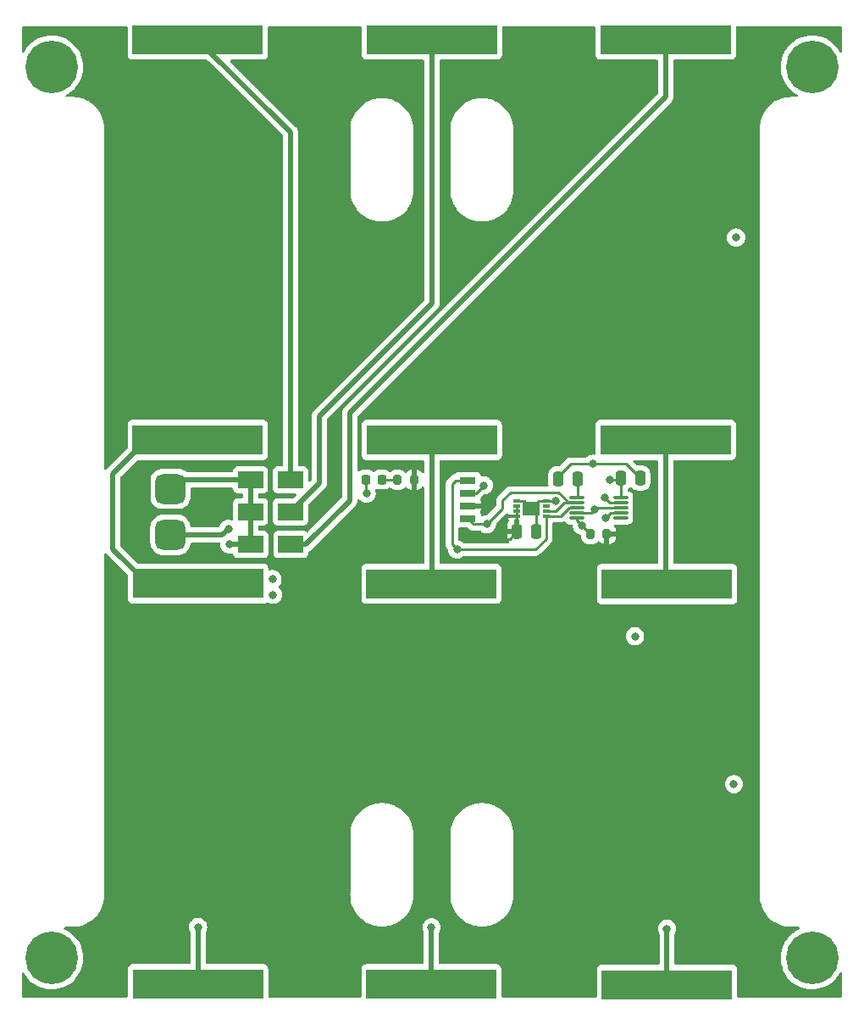
<source format=gbr>
%TF.GenerationSoftware,KiCad,Pcbnew,(6.0.11)*%
%TF.CreationDate,2023-03-22T15:14:06-07:00*%
%TF.ProjectId,solar-panel-NoCutout,736f6c61-722d-4706-916e-656c2d4e6f43,3.0*%
%TF.SameCoordinates,Original*%
%TF.FileFunction,Copper,L1,Top*%
%TF.FilePolarity,Positive*%
%FSLAX46Y46*%
G04 Gerber Fmt 4.6, Leading zero omitted, Abs format (unit mm)*
G04 Created by KiCad (PCBNEW (6.0.11)) date 2023-03-22 15:14:06*
%MOMM*%
%LPD*%
G01*
G04 APERTURE LIST*
G04 Aperture macros list*
%AMRoundRect*
0 Rectangle with rounded corners*
0 $1 Rounding radius*
0 $2 $3 $4 $5 $6 $7 $8 $9 X,Y pos of 4 corners*
0 Add a 4 corners polygon primitive as box body*
4,1,4,$2,$3,$4,$5,$6,$7,$8,$9,$2,$3,0*
0 Add four circle primitives for the rounded corners*
1,1,$1+$1,$2,$3*
1,1,$1+$1,$4,$5*
1,1,$1+$1,$6,$7*
1,1,$1+$1,$8,$9*
0 Add four rect primitives between the rounded corners*
20,1,$1+$1,$2,$3,$4,$5,0*
20,1,$1+$1,$4,$5,$6,$7,0*
20,1,$1+$1,$6,$7,$8,$9,0*
20,1,$1+$1,$8,$9,$2,$3,0*%
G04 Aperture macros list end*
%TA.AperFunction,ComponentPad*%
%ADD10C,5.250000*%
%TD*%
%TA.AperFunction,SMDPad,CuDef*%
%ADD11R,0.750000X0.300000*%
%TD*%
%TA.AperFunction,SMDPad,CuDef*%
%ADD12R,1.750000X1.450000*%
%TD*%
%TA.AperFunction,SMDPad,CuDef*%
%ADD13R,13.000000X3.000000*%
%TD*%
%TA.AperFunction,SMDPad,CuDef*%
%ADD14RoundRect,0.750000X0.750000X-0.750000X0.750000X0.750000X-0.750000X0.750000X-0.750000X-0.750000X0*%
%TD*%
%TA.AperFunction,SMDPad,CuDef*%
%ADD15R,2.500000X1.700000*%
%TD*%
%TA.AperFunction,SMDPad,CuDef*%
%ADD16RoundRect,0.250000X-0.250000X-0.475000X0.250000X-0.475000X0.250000X0.475000X-0.250000X0.475000X0*%
%TD*%
%TA.AperFunction,SMDPad,CuDef*%
%ADD17RoundRect,0.250000X0.250000X0.475000X-0.250000X0.475000X-0.250000X-0.475000X0.250000X-0.475000X0*%
%TD*%
%TA.AperFunction,SMDPad,CuDef*%
%ADD18R,1.600000X0.700000*%
%TD*%
%TA.AperFunction,SMDPad,CuDef*%
%ADD19RoundRect,0.200000X0.200000X0.275000X-0.200000X0.275000X-0.200000X-0.275000X0.200000X-0.275000X0*%
%TD*%
%TA.AperFunction,SMDPad,CuDef*%
%ADD20RoundRect,0.218750X-0.218750X-0.256250X0.218750X-0.256250X0.218750X0.256250X-0.218750X0.256250X0*%
%TD*%
%TA.AperFunction,SMDPad,CuDef*%
%ADD21RoundRect,0.075000X-0.650000X-0.075000X0.650000X-0.075000X0.650000X0.075000X-0.650000X0.075000X0*%
%TD*%
%TA.AperFunction,ViaPad*%
%ADD22C,0.800000*%
%TD*%
%TA.AperFunction,Conductor*%
%ADD23C,0.250000*%
%TD*%
%TA.AperFunction,Conductor*%
%ADD24C,0.500000*%
%TD*%
G04 APERTURE END LIST*
D10*
%TO.P,J2,1,Pin_1*%
%TO.N,unconnected-(J2-Pad1)*%
X106500000Y-70300000D03*
%TD*%
%TO.P,J3,1,Pin_1*%
%TO.N,unconnected-(J3-Pad1)*%
X106500000Y-159300000D03*
%TD*%
%TO.P,J4,1,Pin_1*%
%TO.N,unconnected-(J4-Pad1)*%
X182500000Y-70300000D03*
%TD*%
%TO.P,J5,1,Pin_1*%
%TO.N,unconnected-(J5-Pad1)*%
X182500000Y-159300000D03*
%TD*%
D11*
%TO.P,U2,1,SDA*%
%TO.N,SDA*%
X155900000Y-115170000D03*
%TO.P,U2,2,SCL*%
%TO.N,SCL*%
X155900000Y-114670000D03*
%TO.P,U2,3,Alert*%
%TO.N,unconnected-(U2-Pad3)*%
X155900000Y-114170000D03*
%TO.P,U2,4,GND*%
%TO.N,GND*%
X155900000Y-113670000D03*
%TO.P,U2,5,A2*%
X153000000Y-113670000D03*
%TO.P,U2,6,A1*%
%TO.N,+3V3*%
X153000000Y-114170000D03*
%TO.P,U2,7,A0*%
X153000000Y-114670000D03*
%TO.P,U2,8,VDD*%
X153000000Y-115170000D03*
D12*
%TO.P,U2,9,EP/GND*%
%TO.N,GND*%
X154450000Y-114420000D03*
%TD*%
D13*
%TO.P,SC5,1,+*%
%TO.N,Net-(D3-Pad2)*%
X167860000Y-67570000D03*
%TO.P,SC5,2,-*%
%TO.N,Net-(SC5-Pad2)*%
X167860000Y-107570000D03*
%TD*%
D14*
%TO.P,TP1,1,1*%
%TO.N,VSOLAR*%
X118370000Y-112450000D03*
%TD*%
D15*
%TO.P,D3,1,K*%
%TO.N,VSOLAR*%
X126400000Y-118000000D03*
%TO.P,D3,2,A*%
%TO.N,Net-(D3-Pad2)*%
X130400000Y-118000000D03*
%TD*%
D14*
%TO.P,TP2,1,1*%
%TO.N,GND*%
X118360000Y-117050000D03*
%TD*%
D15*
%TO.P,D1,1,K*%
%TO.N,VSOLAR*%
X126360000Y-111540000D03*
%TO.P,D1,2,A*%
%TO.N,Net-(D1-Pad2)*%
X130360000Y-111540000D03*
%TD*%
D13*
%TO.P,SC3,1,+*%
%TO.N,Net-(D2-Pad2)*%
X144490000Y-67570000D03*
%TO.P,SC3,2,-*%
%TO.N,Net-(SC3-Pad2)*%
X144490000Y-107570000D03*
%TD*%
%TO.P,SC4,1,+*%
%TO.N,Net-(SC3-Pad2)*%
X144450000Y-121940000D03*
%TO.P,SC4,2,-*%
%TO.N,GND*%
X144450000Y-161940000D03*
%TD*%
%TO.P,SC2,1,+*%
%TO.N,Net-(SC1-Pad2)*%
X121120000Y-121920000D03*
%TO.P,SC2,2,-*%
%TO.N,GND*%
X121120000Y-161920000D03*
%TD*%
D15*
%TO.P,D2,1,K*%
%TO.N,VSOLAR*%
X126360000Y-114750000D03*
%TO.P,D2,2,A*%
%TO.N,Net-(D2-Pad2)*%
X130360000Y-114750000D03*
%TD*%
D13*
%TO.P,SC6,1,+*%
%TO.N,Net-(SC5-Pad2)*%
X168000000Y-121970000D03*
%TO.P,SC6,2,-*%
%TO.N,GND*%
X168000000Y-161970000D03*
%TD*%
D16*
%TO.P,C2,1*%
%TO.N,+3V3*%
X153010000Y-116690000D03*
%TO.P,C2,2*%
%TO.N,GND*%
X154910000Y-116690000D03*
%TD*%
D17*
%TO.P,C5,1*%
%TO.N,Net-(C5-Pad1)*%
X159050000Y-111450000D03*
%TO.P,C5,2*%
%TO.N,GND*%
X157150000Y-111450000D03*
%TD*%
D18*
%TO.P,U1,1,SCL*%
%TO.N,SCL*%
X148075000Y-115430000D03*
%TO.P,U1,2,VDD*%
%TO.N,+3V3*%
X148075000Y-114160000D03*
%TO.P,U1,3,GND*%
%TO.N,GND*%
X148075000Y-112890000D03*
%TO.P,U1,4,SDA*%
%TO.N,SDA*%
X148075000Y-111620000D03*
%TD*%
D19*
%TO.P,R3,1*%
%TO.N,+3V3*%
X161990000Y-116970000D03*
%TO.P,R3,2*%
%TO.N,Net-(C3-Pad1)*%
X160340000Y-116970000D03*
%TD*%
D16*
%TO.P,C3,1*%
%TO.N,Net-(C3-Pad1)*%
X163410000Y-111380000D03*
%TO.P,C3,2*%
%TO.N,GND*%
X165310000Y-111380000D03*
%TD*%
D20*
%TO.P,D4,1,K*%
%TO.N,GND*%
X137912500Y-111525000D03*
%TO.P,D4,2,A*%
%TO.N,Net-(D4-Pad2)*%
X139487500Y-111525000D03*
%TD*%
D13*
%TO.P,SC1,1,+*%
%TO.N,Net-(D1-Pad2)*%
X121090000Y-67570000D03*
%TO.P,SC1,2,-*%
%TO.N,Net-(SC1-Pad2)*%
X121090000Y-107570000D03*
%TD*%
D19*
%TO.P,R1,1*%
%TO.N,+3V3*%
X142725000Y-111550000D03*
%TO.P,R1,2*%
%TO.N,Net-(D4-Pad2)*%
X141075000Y-111550000D03*
%TD*%
D21*
%TO.P,U3,1,REG*%
%TO.N,Net-(C5-Pad1)*%
X158980000Y-113350000D03*
%TO.P,U3,2,SCL*%
%TO.N,SCL*%
X158980000Y-113850000D03*
%TO.P,U3,3,SDA*%
%TO.N,SDA*%
X158980000Y-114350000D03*
%TO.P,U3,4,IN/TRIG*%
%TO.N,GND*%
X158980000Y-114850000D03*
%TO.P,U3,5,EN*%
%TO.N,Net-(C3-Pad1)*%
X158980000Y-115350000D03*
%TO.P,U3,6,VDD/NC*%
%TO.N,unconnected-(U3-Pad6)*%
X163380000Y-115350000D03*
%TO.P,U3,7,OUT+*%
%TO.N,Net-(U3-Pad7)*%
X163380000Y-114850000D03*
%TO.P,U3,8,GND*%
%TO.N,GND*%
X163380000Y-114350000D03*
%TO.P,U3,9,OUT-*%
%TO.N,Net-(U3-Pad7)*%
X163380000Y-113850000D03*
%TO.P,U3,10,VDD*%
%TO.N,Net-(C3-Pad1)*%
X163380000Y-113350000D03*
%TD*%
D22*
%TO.N,GND*%
X168000000Y-156390000D03*
X156860000Y-113670000D03*
X160570000Y-109960000D03*
X144450000Y-156250000D03*
X149675000Y-112100000D03*
X121120000Y-156220000D03*
X124150000Y-116450000D03*
X137975000Y-112925000D03*
X160750000Y-114500000D03*
%TO.N,+3V3*%
X139300000Y-104410000D03*
X150540000Y-113710000D03*
X126510000Y-126100000D03*
X151390000Y-117440000D03*
X132050000Y-104410000D03*
%TO.N,VSOLAR*%
X124270000Y-118000000D03*
%TO.N,SDA*%
X147030000Y-118510000D03*
X128560000Y-121470000D03*
%TO.N,SCL*%
X128630000Y-123030000D03*
X149990000Y-115990000D03*
%TO.N,Net-(C3-Pad1)*%
X159470000Y-116130000D03*
X162260000Y-111570000D03*
%TO.N,Net-(U3-Pad7)*%
X161890000Y-115330000D03*
X174680000Y-141950000D03*
X161820000Y-113350000D03*
X164800000Y-127190000D03*
X174900000Y-87350000D03*
%TD*%
D23*
%TO.N,GND*%
X148075000Y-112890000D02*
X148885000Y-112890000D01*
X158360000Y-109960000D02*
X158750000Y-109960000D01*
X163890000Y-109960000D02*
X165310000Y-111380000D01*
X158750000Y-109960000D02*
X160570000Y-109960000D01*
X155900000Y-113670000D02*
X155200000Y-113670000D01*
X154910000Y-116690000D02*
X154910000Y-114880000D01*
X155900000Y-113670000D02*
X156860000Y-113670000D01*
X157150000Y-111450000D02*
X157150000Y-111170000D01*
D24*
X144450000Y-161940000D02*
X144450000Y-156250000D01*
D23*
X154450000Y-114420000D02*
X153700000Y-113670000D01*
X160900000Y-114350000D02*
X160750000Y-114500000D01*
X160570000Y-109960000D02*
X163890000Y-109960000D01*
X154910000Y-114880000D02*
X154450000Y-114420000D01*
D24*
X168000000Y-161970000D02*
X168000000Y-156390000D01*
D23*
X137912500Y-112862500D02*
X137975000Y-112925000D01*
X158980000Y-114850000D02*
X160400000Y-114850000D01*
X157150000Y-111170000D02*
X158360000Y-109960000D01*
D24*
X121120000Y-161920000D02*
X121120000Y-156220000D01*
D23*
X153700000Y-113670000D02*
X153000000Y-113670000D01*
X160400000Y-114850000D02*
X160750000Y-114500000D01*
X155200000Y-113670000D02*
X154485000Y-114385000D01*
X148885000Y-112890000D02*
X149675000Y-112100000D01*
X163380000Y-114350000D02*
X160900000Y-114350000D01*
X154485000Y-114385000D02*
X154450000Y-114420000D01*
D24*
X118360000Y-117050000D02*
X123550000Y-117050000D01*
D23*
X137912500Y-111525000D02*
X137912500Y-112862500D01*
D24*
X123550000Y-117050000D02*
X124150000Y-116450000D01*
D23*
%TO.N,+3V3*%
X153000000Y-114170000D02*
X153000000Y-115170000D01*
X153010000Y-116690000D02*
X153010000Y-115180000D01*
X150540000Y-113710000D02*
X150090000Y-114160000D01*
X150090000Y-114160000D02*
X148075000Y-114160000D01*
X153010000Y-115180000D02*
X153000000Y-115170000D01*
X151390000Y-117440000D02*
X152260000Y-117440000D01*
X152260000Y-117440000D02*
X153010000Y-116690000D01*
D24*
%TO.N,VSOLAR*%
X126360000Y-117960000D02*
X126400000Y-118000000D01*
X126360000Y-111540000D02*
X126360000Y-117960000D01*
X118370000Y-112450000D02*
X119280000Y-111540000D01*
X126400000Y-118000000D02*
X124270000Y-118000000D01*
X119280000Y-111540000D02*
X126360000Y-111540000D01*
%TO.N,Net-(SC1-Pad2)*%
X112600000Y-110950000D02*
X115980000Y-107570000D01*
X112600000Y-118490000D02*
X112600000Y-110950000D01*
X116030000Y-121920000D02*
X112600000Y-118490000D01*
X115980000Y-107570000D02*
X121090000Y-107570000D01*
X121120000Y-121920000D02*
X116030000Y-121920000D01*
%TO.N,Net-(SC3-Pad2)*%
X144490000Y-121900000D02*
X144450000Y-121940000D01*
X144490000Y-107570000D02*
X144490000Y-121900000D01*
%TO.N,Net-(D1-Pad2)*%
X130360000Y-76840000D02*
X130360000Y-111540000D01*
X121090000Y-67570000D02*
X130360000Y-76840000D01*
%TO.N,Net-(D2-Pad2)*%
X144490000Y-93920000D02*
X133240000Y-105170000D01*
X133240000Y-111870000D02*
X133240000Y-105170000D01*
X130360000Y-114750000D02*
X133240000Y-111870000D01*
X144490000Y-67570000D02*
X144490000Y-93920000D01*
D23*
%TO.N,SDA*%
X155900000Y-115170000D02*
X157369315Y-115170000D01*
X146500000Y-117980000D02*
X147030000Y-118510000D01*
X157369315Y-115170000D02*
X158189315Y-114350000D01*
X155900000Y-117440000D02*
X154830000Y-118510000D01*
X148075000Y-111620000D02*
X146880000Y-111620000D01*
X146500000Y-112000000D02*
X146500000Y-117980000D01*
X154830000Y-118510000D02*
X147030000Y-118510000D01*
X158189315Y-114350000D02*
X158980000Y-114350000D01*
X146880000Y-111620000D02*
X146500000Y-112000000D01*
X155900000Y-115170000D02*
X155900000Y-117440000D01*
%TO.N,SCL*%
X151570000Y-114410000D02*
X149990000Y-115990000D01*
X157159315Y-112820000D02*
X152370000Y-112820000D01*
X158980000Y-113850000D02*
X158189315Y-113850000D01*
X148635000Y-115990000D02*
X148075000Y-115430000D01*
X158189315Y-113850000D02*
X157705305Y-113850000D01*
X152370000Y-112820000D02*
X151570000Y-113620000D01*
X157705305Y-113850000D02*
X156885305Y-114670000D01*
X149990000Y-115990000D02*
X148635000Y-115990000D01*
X156885305Y-114670000D02*
X155900000Y-114670000D01*
X151570000Y-113620000D02*
X151570000Y-114410000D01*
X158189315Y-113850000D02*
X157159315Y-112820000D01*
%TO.N,Net-(C5-Pad1)*%
X159050000Y-111450000D02*
X159050000Y-113280000D01*
X159050000Y-113280000D02*
X158980000Y-113350000D01*
%TO.N,Net-(C3-Pad1)*%
X163410000Y-111570000D02*
X162260000Y-111570000D01*
X158980000Y-115350000D02*
X158980000Y-115610000D01*
X158980000Y-115610000D02*
X160340000Y-116970000D01*
X163380000Y-113350000D02*
X163380000Y-111410000D01*
X163380000Y-111410000D02*
X163410000Y-111380000D01*
%TO.N,Net-(U3-Pad7)*%
X163380000Y-114850000D02*
X162370000Y-114850000D01*
X162320000Y-113850000D02*
X161820000Y-113350000D01*
X162370000Y-114850000D02*
X161890000Y-115330000D01*
X163380000Y-113850000D02*
X162320000Y-113850000D01*
D24*
%TO.N,Net-(D3-Pad2)*%
X136280000Y-113630000D02*
X136280000Y-104900000D01*
X130400000Y-118000000D02*
X131910000Y-118000000D01*
X131910000Y-118000000D02*
X136280000Y-113630000D01*
X136280000Y-104900000D02*
X167860000Y-73320000D01*
X167860000Y-73320000D02*
X167860000Y-67570000D01*
%TO.N,Net-(SC5-Pad2)*%
X167860000Y-121830000D02*
X168000000Y-121970000D01*
X167860000Y-107570000D02*
X167860000Y-121830000D01*
D23*
%TO.N,Net-(D4-Pad2)*%
X141075000Y-111550000D02*
X139512500Y-111550000D01*
X139512500Y-111550000D02*
X139487500Y-111525000D01*
%TD*%
%TA.AperFunction,Conductor*%
%TO.N,+3V3*%
G36*
X114023621Y-66278502D02*
G01*
X114070114Y-66332158D01*
X114081500Y-66384500D01*
X114081500Y-69118134D01*
X114088255Y-69180316D01*
X114139385Y-69316705D01*
X114226739Y-69433261D01*
X114343295Y-69520615D01*
X114479684Y-69571745D01*
X114541866Y-69578500D01*
X121973629Y-69578500D01*
X122041750Y-69598502D01*
X122062724Y-69615405D01*
X129564595Y-77117276D01*
X129598621Y-77179588D01*
X129601500Y-77206371D01*
X129601500Y-110055500D01*
X129581498Y-110123621D01*
X129527842Y-110170114D01*
X129475500Y-110181500D01*
X129061866Y-110181500D01*
X128999684Y-110188255D01*
X128863295Y-110239385D01*
X128746739Y-110326739D01*
X128659385Y-110443295D01*
X128608255Y-110579684D01*
X128601500Y-110641866D01*
X128601500Y-112438134D01*
X128608255Y-112500316D01*
X128659385Y-112636705D01*
X128746739Y-112753261D01*
X128863295Y-112840615D01*
X128999684Y-112891745D01*
X129061866Y-112898500D01*
X130834629Y-112898500D01*
X130902750Y-112918502D01*
X130949243Y-112972158D01*
X130959347Y-113042432D01*
X130929853Y-113107012D01*
X130923724Y-113113595D01*
X130682724Y-113354595D01*
X130620412Y-113388621D01*
X130593629Y-113391500D01*
X129061866Y-113391500D01*
X128999684Y-113398255D01*
X128863295Y-113449385D01*
X128746739Y-113536739D01*
X128659385Y-113653295D01*
X128608255Y-113789684D01*
X128601500Y-113851866D01*
X128601500Y-115648134D01*
X128608255Y-115710316D01*
X128659385Y-115846705D01*
X128746739Y-115963261D01*
X128863295Y-116050615D01*
X128999684Y-116101745D01*
X129061866Y-116108500D01*
X131658134Y-116108500D01*
X131720316Y-116101745D01*
X131856705Y-116050615D01*
X131973261Y-115963261D01*
X132060615Y-115846705D01*
X132111745Y-115710316D01*
X132118500Y-115648134D01*
X132118500Y-114116371D01*
X132138502Y-114048250D01*
X132155405Y-114027276D01*
X133728911Y-112453770D01*
X133743323Y-112441384D01*
X133754918Y-112432851D01*
X133754923Y-112432846D01*
X133760818Y-112428508D01*
X133765557Y-112422930D01*
X133765560Y-112422927D01*
X133795035Y-112388232D01*
X133801965Y-112380716D01*
X133807660Y-112375021D01*
X133814977Y-112365773D01*
X133825281Y-112352749D01*
X133828072Y-112349345D01*
X133870591Y-112299297D01*
X133870592Y-112299295D01*
X133875333Y-112293715D01*
X133878661Y-112287199D01*
X133882028Y-112282150D01*
X133885195Y-112277021D01*
X133889734Y-112271284D01*
X133920655Y-112205125D01*
X133922561Y-112201225D01*
X133924338Y-112197745D01*
X133955769Y-112136192D01*
X133957508Y-112129084D01*
X133959607Y-112123441D01*
X133961524Y-112117678D01*
X133964622Y-112111050D01*
X133969752Y-112086389D01*
X133979486Y-112039588D01*
X133980457Y-112035299D01*
X133985084Y-112016389D01*
X133997808Y-111964390D01*
X133998500Y-111953236D01*
X133998536Y-111953238D01*
X133998775Y-111949245D01*
X133999149Y-111945053D01*
X134000640Y-111937885D01*
X133998546Y-111860479D01*
X133998500Y-111857072D01*
X133998500Y-105536371D01*
X134018502Y-105468250D01*
X134035405Y-105447276D01*
X144978911Y-94503770D01*
X144993323Y-94491384D01*
X145004918Y-94482851D01*
X145004923Y-94482846D01*
X145010818Y-94478508D01*
X145015557Y-94472930D01*
X145015560Y-94472927D01*
X145045035Y-94438232D01*
X145051965Y-94430716D01*
X145057661Y-94425020D01*
X145059924Y-94422159D01*
X145059929Y-94422154D01*
X145075285Y-94402744D01*
X145078074Y-94399342D01*
X145120596Y-94349291D01*
X145120597Y-94349290D01*
X145125333Y-94343715D01*
X145128661Y-94337198D01*
X145132027Y-94332150D01*
X145135190Y-94327028D01*
X145139735Y-94321284D01*
X145170664Y-94255105D01*
X145172563Y-94251221D01*
X145205769Y-94186192D01*
X145207510Y-94179077D01*
X145209613Y-94173422D01*
X145211522Y-94167683D01*
X145214622Y-94161050D01*
X145229491Y-94089565D01*
X145230461Y-94085282D01*
X145246473Y-94019844D01*
X145247808Y-94014390D01*
X145248500Y-94003236D01*
X145248535Y-94003238D01*
X145248775Y-93999266D01*
X145249152Y-93995045D01*
X145250641Y-93987885D01*
X145248546Y-93910458D01*
X145248500Y-93907050D01*
X145248500Y-82593724D01*
X146336309Y-82593724D01*
X146337130Y-82600000D01*
X146336861Y-82600000D01*
X146355403Y-82941995D01*
X146410813Y-83279981D01*
X146502441Y-83609995D01*
X146629213Y-83928168D01*
X146789642Y-84230769D01*
X146791550Y-84233584D01*
X146791553Y-84233588D01*
X146941399Y-84454593D01*
X146981847Y-84514250D01*
X147203575Y-84775289D01*
X147452227Y-85010825D01*
X147724887Y-85218095D01*
X148018359Y-85394671D01*
X148329202Y-85538482D01*
X148332440Y-85539573D01*
X148332445Y-85539575D01*
X148650535Y-85646753D01*
X148650541Y-85646755D01*
X148653771Y-85647843D01*
X148657107Y-85648577D01*
X148657106Y-85648577D01*
X148984930Y-85720736D01*
X148984934Y-85720737D01*
X148988261Y-85721469D01*
X148991651Y-85721838D01*
X148991653Y-85721838D01*
X149049820Y-85728164D01*
X149328751Y-85758500D01*
X149671249Y-85758500D01*
X149950180Y-85728164D01*
X150008347Y-85721838D01*
X150008349Y-85721838D01*
X150011739Y-85721469D01*
X150015066Y-85720737D01*
X150015070Y-85720736D01*
X150342894Y-85648577D01*
X150342893Y-85648577D01*
X150346229Y-85647843D01*
X150349459Y-85646755D01*
X150349465Y-85646753D01*
X150667555Y-85539575D01*
X150667560Y-85539573D01*
X150670798Y-85538482D01*
X150981641Y-85394671D01*
X151275113Y-85218095D01*
X151547773Y-85010825D01*
X151796425Y-84775289D01*
X152018153Y-84514250D01*
X152058602Y-84454593D01*
X152208447Y-84233588D01*
X152208450Y-84233584D01*
X152210358Y-84230769D01*
X152370787Y-83928168D01*
X152497559Y-83609995D01*
X152589187Y-83279981D01*
X152644597Y-82941995D01*
X152661543Y-82629444D01*
X152662345Y-82622204D01*
X152662334Y-82622203D01*
X152662770Y-82617345D01*
X152663576Y-82612552D01*
X152663729Y-82600000D01*
X152659773Y-82572376D01*
X152658500Y-82554514D01*
X152658500Y-76653250D01*
X152660246Y-76632345D01*
X152662770Y-76617344D01*
X152662770Y-76617341D01*
X152663576Y-76612552D01*
X152663729Y-76600000D01*
X152663040Y-76595188D01*
X152662724Y-76590331D01*
X152662726Y-76590331D01*
X152662479Y-76587825D01*
X152662323Y-76584932D01*
X152650718Y-76370893D01*
X152644782Y-76261408D01*
X152644781Y-76261399D01*
X152644597Y-76258005D01*
X152589187Y-75920019D01*
X152497559Y-75590005D01*
X152370787Y-75271832D01*
X152210358Y-74969231D01*
X152208447Y-74966412D01*
X152020062Y-74688565D01*
X152020058Y-74688560D01*
X152018153Y-74685750D01*
X151796425Y-74424711D01*
X151547773Y-74189175D01*
X151275113Y-73981905D01*
X150981641Y-73805329D01*
X150670798Y-73661518D01*
X150667560Y-73660427D01*
X150667555Y-73660425D01*
X150349465Y-73553247D01*
X150349459Y-73553245D01*
X150346229Y-73552157D01*
X150248644Y-73530677D01*
X150015070Y-73479264D01*
X150015066Y-73479263D01*
X150011739Y-73478531D01*
X150008349Y-73478162D01*
X150008347Y-73478162D01*
X149950180Y-73471836D01*
X149671249Y-73441500D01*
X149328751Y-73441500D01*
X149049820Y-73471836D01*
X148991653Y-73478162D01*
X148991651Y-73478162D01*
X148988261Y-73478531D01*
X148984934Y-73479263D01*
X148984930Y-73479264D01*
X148751356Y-73530677D01*
X148653771Y-73552157D01*
X148650541Y-73553245D01*
X148650535Y-73553247D01*
X148332445Y-73660425D01*
X148332440Y-73660427D01*
X148329202Y-73661518D01*
X148018359Y-73805329D01*
X147724887Y-73981905D01*
X147452227Y-74189175D01*
X147203575Y-74424711D01*
X146981847Y-74685750D01*
X146979942Y-74688560D01*
X146979938Y-74688565D01*
X146791553Y-74966412D01*
X146789642Y-74969231D01*
X146629213Y-75271832D01*
X146502441Y-75590005D01*
X146410813Y-75920019D01*
X146355403Y-76258005D01*
X146341594Y-76512708D01*
X146338021Y-76578611D01*
X146337733Y-76581360D01*
X146337712Y-76583122D01*
X146337769Y-76583258D01*
X146337678Y-76584932D01*
X146336309Y-76593724D01*
X146336940Y-76598548D01*
X146336861Y-76600000D01*
X146337130Y-76600000D01*
X146337958Y-76606332D01*
X146340436Y-76625283D01*
X146341500Y-76641620D01*
X146341500Y-82550633D01*
X146340000Y-82570018D01*
X146336309Y-82593724D01*
X145248500Y-82593724D01*
X145248500Y-69704500D01*
X145268502Y-69636379D01*
X145322158Y-69589886D01*
X145374500Y-69578500D01*
X151038134Y-69578500D01*
X151100316Y-69571745D01*
X151236705Y-69520615D01*
X151353261Y-69433261D01*
X151440615Y-69316705D01*
X151491745Y-69180316D01*
X151498500Y-69118134D01*
X151498500Y-66384500D01*
X151518502Y-66316379D01*
X151572158Y-66269886D01*
X151624500Y-66258500D01*
X160725500Y-66258500D01*
X160793621Y-66278502D01*
X160840114Y-66332158D01*
X160851500Y-66384500D01*
X160851500Y-69118134D01*
X160858255Y-69180316D01*
X160909385Y-69316705D01*
X160996739Y-69433261D01*
X161113295Y-69520615D01*
X161249684Y-69571745D01*
X161311866Y-69578500D01*
X166975500Y-69578500D01*
X167043621Y-69598502D01*
X167090114Y-69652158D01*
X167101500Y-69704500D01*
X167101500Y-72953629D01*
X167081498Y-73021750D01*
X167064595Y-73042724D01*
X135791089Y-104316230D01*
X135776677Y-104328616D01*
X135765082Y-104337149D01*
X135765077Y-104337154D01*
X135759182Y-104341492D01*
X135754443Y-104347070D01*
X135754440Y-104347073D01*
X135724965Y-104381768D01*
X135718035Y-104389284D01*
X135712340Y-104394979D01*
X135710060Y-104397861D01*
X135694719Y-104417251D01*
X135691928Y-104420655D01*
X135649409Y-104470703D01*
X135644667Y-104476285D01*
X135641339Y-104482801D01*
X135637972Y-104487850D01*
X135634805Y-104492979D01*
X135630266Y-104498716D01*
X135599345Y-104564875D01*
X135597442Y-104568769D01*
X135564231Y-104633808D01*
X135562492Y-104640916D01*
X135560393Y-104646559D01*
X135558476Y-104652322D01*
X135555378Y-104658950D01*
X135553888Y-104666112D01*
X135553888Y-104666113D01*
X135540514Y-104730412D01*
X135539544Y-104734696D01*
X135522192Y-104805610D01*
X135521500Y-104816764D01*
X135521464Y-104816762D01*
X135521225Y-104820755D01*
X135520851Y-104824947D01*
X135519360Y-104832115D01*
X135519558Y-104839432D01*
X135521454Y-104909521D01*
X135521500Y-104912928D01*
X135521500Y-113263629D01*
X135501498Y-113331750D01*
X135484595Y-113352724D01*
X132111838Y-116725481D01*
X132049526Y-116759507D01*
X131978711Y-116754442D01*
X131947181Y-116737214D01*
X131896705Y-116699385D01*
X131760316Y-116648255D01*
X131698134Y-116641500D01*
X129101866Y-116641500D01*
X129039684Y-116648255D01*
X128903295Y-116699385D01*
X128786739Y-116786739D01*
X128699385Y-116903295D01*
X128648255Y-117039684D01*
X128641500Y-117101866D01*
X128641500Y-118898134D01*
X128648255Y-118960316D01*
X128699385Y-119096705D01*
X128786739Y-119213261D01*
X128903295Y-119300615D01*
X129039684Y-119351745D01*
X129101866Y-119358500D01*
X131698134Y-119358500D01*
X131760316Y-119351745D01*
X131896705Y-119300615D01*
X132013261Y-119213261D01*
X132100615Y-119096705D01*
X132151745Y-118960316D01*
X132158500Y-118898134D01*
X132158500Y-118806082D01*
X132178502Y-118737961D01*
X132228188Y-118694867D01*
X132227881Y-118694361D01*
X132227896Y-118694352D01*
X132227899Y-118694351D01*
X132228684Y-118693875D01*
X132230132Y-118693181D01*
X132230842Y-118692565D01*
X132234158Y-118690553D01*
X132239631Y-118688047D01*
X132245055Y-118685331D01*
X132251937Y-118682833D01*
X132278098Y-118665681D01*
X132312976Y-118642814D01*
X132316680Y-118640477D01*
X132379107Y-118602595D01*
X132387484Y-118595197D01*
X132387508Y-118595224D01*
X132390500Y-118592571D01*
X132393733Y-118589868D01*
X132399852Y-118585856D01*
X132453128Y-118529617D01*
X132455506Y-118527175D01*
X136768911Y-114213770D01*
X136783323Y-114201384D01*
X136794918Y-114192851D01*
X136794923Y-114192846D01*
X136800818Y-114188508D01*
X136805557Y-114182930D01*
X136805560Y-114182927D01*
X136835035Y-114148232D01*
X136841965Y-114140716D01*
X136847660Y-114135021D01*
X136857427Y-114122676D01*
X136865281Y-114112749D01*
X136868072Y-114109345D01*
X136910591Y-114059297D01*
X136910592Y-114059295D01*
X136915333Y-114053715D01*
X136918661Y-114047199D01*
X136922028Y-114042150D01*
X136925195Y-114037021D01*
X136929734Y-114031284D01*
X136960655Y-113965125D01*
X136962561Y-113961225D01*
X136963635Y-113959122D01*
X136995769Y-113896192D01*
X136997508Y-113889084D01*
X136999607Y-113883441D01*
X137001524Y-113877678D01*
X137004622Y-113871050D01*
X137019487Y-113799583D01*
X137020457Y-113795299D01*
X137021831Y-113789684D01*
X137037808Y-113724390D01*
X137038500Y-113713236D01*
X137038536Y-113713238D01*
X137038775Y-113709245D01*
X137039149Y-113705053D01*
X137040640Y-113697885D01*
X137038546Y-113620479D01*
X137038500Y-113617072D01*
X137038500Y-113570883D01*
X137058502Y-113502762D01*
X137112158Y-113456269D01*
X137182432Y-113446165D01*
X137247012Y-113475659D01*
X137258136Y-113486573D01*
X137339849Y-113577324D01*
X137363747Y-113603866D01*
X137455298Y-113670382D01*
X137508289Y-113708882D01*
X137518248Y-113716118D01*
X137524276Y-113718802D01*
X137524278Y-113718803D01*
X137686681Y-113791109D01*
X137692712Y-113793794D01*
X137786113Y-113813647D01*
X137873056Y-113832128D01*
X137873061Y-113832128D01*
X137879513Y-113833500D01*
X138070487Y-113833500D01*
X138076939Y-113832128D01*
X138076944Y-113832128D01*
X138163887Y-113813647D01*
X138257288Y-113793794D01*
X138263319Y-113791109D01*
X138425722Y-113718803D01*
X138425724Y-113718802D01*
X138431752Y-113716118D01*
X138441712Y-113708882D01*
X138494702Y-113670382D01*
X138586253Y-113603866D01*
X138596835Y-113592114D01*
X138709621Y-113466852D01*
X138709622Y-113466851D01*
X138714040Y-113461944D01*
X138787021Y-113335537D01*
X138806223Y-113302279D01*
X138806224Y-113302278D01*
X138809527Y-113296556D01*
X138868542Y-113114928D01*
X138881845Y-112988362D01*
X138887814Y-112931565D01*
X138888504Y-112925000D01*
X138884535Y-112887237D01*
X138869232Y-112741635D01*
X138869232Y-112741633D01*
X138868542Y-112735072D01*
X138855037Y-112693509D01*
X138828886Y-112613023D01*
X138826859Y-112542055D01*
X138863521Y-112481258D01*
X138927233Y-112449932D01*
X138988386Y-112454494D01*
X138996937Y-112457330D01*
X139113738Y-112496072D01*
X139113740Y-112496072D01*
X139120269Y-112498238D01*
X139220428Y-112508500D01*
X139754572Y-112508500D01*
X139757818Y-112508163D01*
X139757822Y-112508163D01*
X139791603Y-112504658D01*
X139855982Y-112497978D01*
X140016849Y-112444308D01*
X140161055Y-112355071D01*
X140166224Y-112349893D01*
X140166229Y-112349889D01*
X140192854Y-112323218D01*
X140255136Y-112289139D01*
X140325956Y-112294142D01*
X140371121Y-112323141D01*
X140434619Y-112386639D01*
X140581301Y-112475472D01*
X140588548Y-112477743D01*
X140588550Y-112477744D01*
X140647035Y-112496072D01*
X140744938Y-112526753D01*
X140818365Y-112533500D01*
X140821263Y-112533500D01*
X141075665Y-112533499D01*
X141331634Y-112533499D01*
X141334492Y-112533236D01*
X141334501Y-112533236D01*
X141370004Y-112529974D01*
X141405062Y-112526753D01*
X141413030Y-112524256D01*
X141561450Y-112477744D01*
X141561452Y-112477743D01*
X141568699Y-112475472D01*
X141715381Y-112386639D01*
X141811259Y-112290761D01*
X141873571Y-112256735D01*
X141944386Y-112261800D01*
X141989449Y-112290761D01*
X142079557Y-112380869D01*
X142091426Y-112390176D01*
X142225012Y-112471079D01*
X142238757Y-112477285D01*
X142388644Y-112524256D01*
X142401694Y-112526869D01*
X142456586Y-112531913D01*
X142468124Y-112528525D01*
X142469329Y-112527135D01*
X142471000Y-112519452D01*
X142471000Y-110585116D01*
X142466525Y-110569877D01*
X142465135Y-110568672D01*
X142460706Y-110567709D01*
X142401685Y-110573132D01*
X142388649Y-110575743D01*
X142238757Y-110622715D01*
X142225012Y-110628921D01*
X142091426Y-110709824D01*
X142079557Y-110719131D01*
X141989449Y-110809239D01*
X141927137Y-110843265D01*
X141856322Y-110838200D01*
X141811259Y-110809239D01*
X141715381Y-110713361D01*
X141568699Y-110624528D01*
X141561452Y-110622257D01*
X141561450Y-110622256D01*
X141483886Y-110597949D01*
X141405062Y-110573247D01*
X141331635Y-110566500D01*
X141328737Y-110566500D01*
X141074335Y-110566501D01*
X140818366Y-110566501D01*
X140815508Y-110566764D01*
X140815499Y-110566764D01*
X140781619Y-110569877D01*
X140744938Y-110573247D01*
X140738560Y-110575246D01*
X140738559Y-110575246D01*
X140588550Y-110622256D01*
X140588548Y-110622257D01*
X140581301Y-110624528D01*
X140434619Y-110713361D01*
X140396094Y-110751886D01*
X140333782Y-110785912D01*
X140262967Y-110780847D01*
X140217981Y-110751963D01*
X140165238Y-110699311D01*
X140165233Y-110699307D01*
X140160053Y-110694136D01*
X140015692Y-110605151D01*
X140008743Y-110602846D01*
X139861262Y-110553928D01*
X139861260Y-110553928D01*
X139854731Y-110551762D01*
X139754572Y-110541500D01*
X139220428Y-110541500D01*
X139217182Y-110541837D01*
X139217178Y-110541837D01*
X139183397Y-110545342D01*
X139119018Y-110552022D01*
X138958151Y-110605692D01*
X138813945Y-110694929D01*
X138789113Y-110719805D01*
X138726832Y-110753884D01*
X138656012Y-110748882D01*
X138610922Y-110719960D01*
X138590233Y-110699307D01*
X138585053Y-110694136D01*
X138440692Y-110605151D01*
X138433743Y-110602846D01*
X138286262Y-110553928D01*
X138286260Y-110553928D01*
X138279731Y-110551762D01*
X138179572Y-110541500D01*
X137645428Y-110541500D01*
X137642182Y-110541837D01*
X137642178Y-110541837D01*
X137608397Y-110545342D01*
X137544018Y-110552022D01*
X137383151Y-110605692D01*
X137238945Y-110694929D01*
X137238747Y-110694609D01*
X137176952Y-110719620D01*
X137107188Y-110706448D01*
X137055620Y-110657650D01*
X137038500Y-110594237D01*
X137038500Y-105266371D01*
X137058502Y-105198250D01*
X137075405Y-105177276D01*
X154902681Y-87350000D01*
X173986496Y-87350000D01*
X174006458Y-87539928D01*
X174065473Y-87721556D01*
X174160960Y-87886944D01*
X174288747Y-88028866D01*
X174443248Y-88141118D01*
X174449276Y-88143802D01*
X174449278Y-88143803D01*
X174611681Y-88216109D01*
X174617712Y-88218794D01*
X174711112Y-88238647D01*
X174798056Y-88257128D01*
X174798061Y-88257128D01*
X174804513Y-88258500D01*
X174995487Y-88258500D01*
X175001939Y-88257128D01*
X175001944Y-88257128D01*
X175088888Y-88238647D01*
X175182288Y-88218794D01*
X175188319Y-88216109D01*
X175350722Y-88143803D01*
X175350724Y-88143802D01*
X175356752Y-88141118D01*
X175511253Y-88028866D01*
X175639040Y-87886944D01*
X175734527Y-87721556D01*
X175793542Y-87539928D01*
X175813504Y-87350000D01*
X175793542Y-87160072D01*
X175734527Y-86978444D01*
X175639040Y-86813056D01*
X175511253Y-86671134D01*
X175356752Y-86558882D01*
X175350724Y-86556198D01*
X175350722Y-86556197D01*
X175188319Y-86483891D01*
X175188318Y-86483891D01*
X175182288Y-86481206D01*
X175088888Y-86461353D01*
X175001944Y-86442872D01*
X175001939Y-86442872D01*
X174995487Y-86441500D01*
X174804513Y-86441500D01*
X174798061Y-86442872D01*
X174798056Y-86442872D01*
X174711112Y-86461353D01*
X174617712Y-86481206D01*
X174611682Y-86483891D01*
X174611681Y-86483891D01*
X174449278Y-86556197D01*
X174449276Y-86556198D01*
X174443248Y-86558882D01*
X174288747Y-86671134D01*
X174160960Y-86813056D01*
X174065473Y-86978444D01*
X174006458Y-87160072D01*
X173986496Y-87350000D01*
X154902681Y-87350000D01*
X168348911Y-73903770D01*
X168363323Y-73891384D01*
X168374918Y-73882851D01*
X168374923Y-73882846D01*
X168380818Y-73878508D01*
X168385557Y-73872930D01*
X168385560Y-73872927D01*
X168415035Y-73838232D01*
X168421965Y-73830716D01*
X168427660Y-73825021D01*
X168432518Y-73818880D01*
X168445281Y-73802749D01*
X168448072Y-73799345D01*
X168490591Y-73749297D01*
X168490592Y-73749295D01*
X168495333Y-73743715D01*
X168498661Y-73737199D01*
X168502028Y-73732150D01*
X168505195Y-73727021D01*
X168509734Y-73721284D01*
X168540655Y-73655125D01*
X168542561Y-73651225D01*
X168575769Y-73586192D01*
X168577508Y-73579084D01*
X168579607Y-73573441D01*
X168581524Y-73567678D01*
X168584622Y-73561050D01*
X168586625Y-73551423D01*
X168599486Y-73489588D01*
X168600457Y-73485299D01*
X168616473Y-73419845D01*
X168617808Y-73414390D01*
X168618500Y-73403236D01*
X168618536Y-73403238D01*
X168618775Y-73399245D01*
X168619149Y-73395053D01*
X168620640Y-73387885D01*
X168618546Y-73310479D01*
X168618500Y-73307072D01*
X168618500Y-69704500D01*
X168638502Y-69636379D01*
X168692158Y-69589886D01*
X168744500Y-69578500D01*
X174408134Y-69578500D01*
X174470316Y-69571745D01*
X174606705Y-69520615D01*
X174723261Y-69433261D01*
X174810615Y-69316705D01*
X174861745Y-69180316D01*
X174868500Y-69118134D01*
X174868500Y-66384500D01*
X174888502Y-66316379D01*
X174942158Y-66269886D01*
X174994500Y-66258500D01*
X185365500Y-66258500D01*
X185433621Y-66278502D01*
X185480114Y-66332158D01*
X185491500Y-66384500D01*
X185491500Y-68746328D01*
X185471498Y-68814449D01*
X185417842Y-68860942D01*
X185347568Y-68871046D01*
X185282988Y-68841552D01*
X185255085Y-68807029D01*
X185163239Y-68639961D01*
X185163236Y-68639957D01*
X185161546Y-68636882D01*
X184959573Y-68350567D01*
X184726943Y-68088550D01*
X184724342Y-68086208D01*
X184724337Y-68086203D01*
X184469167Y-67856447D01*
X184469166Y-67856447D01*
X184466557Y-67854097D01*
X184428538Y-67826878D01*
X184184513Y-67652173D01*
X184184510Y-67652171D01*
X184181659Y-67650130D01*
X183875800Y-67479192D01*
X183552794Y-67343412D01*
X183549425Y-67342421D01*
X183549421Y-67342419D01*
X183401053Y-67298752D01*
X183216665Y-67244484D01*
X182940895Y-67195858D01*
X182875063Y-67184250D01*
X182875061Y-67184250D01*
X182871603Y-67183640D01*
X182868094Y-67183419D01*
X182868092Y-67183419D01*
X182525428Y-67161860D01*
X182525422Y-67161860D01*
X182521910Y-67161639D01*
X182424516Y-67166403D01*
X182175451Y-67178584D01*
X182175443Y-67178585D01*
X182171944Y-67178756D01*
X182168476Y-67179318D01*
X182168473Y-67179318D01*
X181829542Y-67234213D01*
X181829539Y-67234214D01*
X181826067Y-67234776D01*
X181822684Y-67235721D01*
X181822682Y-67235721D01*
X181787747Y-67245475D01*
X181488589Y-67329001D01*
X181485341Y-67330313D01*
X181485333Y-67330316D01*
X181166983Y-67458938D01*
X181166979Y-67458940D01*
X181163719Y-67460257D01*
X181160632Y-67461926D01*
X181160628Y-67461928D01*
X181131220Y-67477829D01*
X180855503Y-67626909D01*
X180567785Y-67826878D01*
X180565143Y-67829191D01*
X180565139Y-67829194D01*
X180326206Y-68038365D01*
X180304151Y-68057673D01*
X180067886Y-68316416D01*
X179861935Y-68599883D01*
X179860193Y-68602949D01*
X179860192Y-68602951D01*
X179839167Y-68639962D01*
X179688865Y-68904541D01*
X179671985Y-68943926D01*
X179570668Y-69180316D01*
X179550834Y-69226591D01*
X179513293Y-69350932D01*
X179461112Y-69523767D01*
X179449562Y-69562021D01*
X179386311Y-69906650D01*
X179361869Y-70256181D01*
X179376542Y-70606258D01*
X179430145Y-70952518D01*
X179522012Y-71290645D01*
X179523302Y-71293904D01*
X179523304Y-71293909D01*
X179572316Y-71417698D01*
X179650998Y-71616424D01*
X179652653Y-71619536D01*
X179652655Y-71619541D01*
X179712109Y-71731357D01*
X179815493Y-71925795D01*
X179817483Y-71928701D01*
X179817484Y-71928703D01*
X179891490Y-72036785D01*
X180013449Y-72214902D01*
X180242397Y-72480142D01*
X180499485Y-72718207D01*
X180781507Y-72926132D01*
X180784544Y-72927886D01*
X180784548Y-72927888D01*
X181059067Y-73086381D01*
X181108060Y-73137763D01*
X181121496Y-73207477D01*
X181095110Y-73273388D01*
X181037278Y-73314570D01*
X180996067Y-73321500D01*
X180475053Y-73321500D01*
X180453444Y-73319633D01*
X180440269Y-73317339D01*
X180440263Y-73317338D01*
X180435464Y-73316503D01*
X180422913Y-73316279D01*
X180418099Y-73316941D01*
X180416509Y-73317035D01*
X180407980Y-73317820D01*
X180268200Y-73324387D01*
X180091141Y-73332704D01*
X179762845Y-73383050D01*
X179759641Y-73383893D01*
X179759638Y-73383894D01*
X179744477Y-73387885D01*
X179441652Y-73467598D01*
X179131117Y-73585415D01*
X178834674Y-73735196D01*
X178831891Y-73736992D01*
X178558397Y-73913481D01*
X178558392Y-73913484D01*
X178555602Y-73915285D01*
X178296989Y-74123689D01*
X178061696Y-74358103D01*
X177852325Y-74615934D01*
X177671193Y-74894330D01*
X177520303Y-75190210D01*
X177519116Y-75193304D01*
X177519115Y-75193306D01*
X177493726Y-75259479D01*
X177401325Y-75500303D01*
X177400469Y-75503505D01*
X177400467Y-75503512D01*
X177358450Y-75660739D01*
X177315575Y-75821176D01*
X177264001Y-76149281D01*
X177249594Y-76433305D01*
X177248795Y-76449050D01*
X177247251Y-76463324D01*
X177246401Y-76468438D01*
X177246272Y-76480991D01*
X177246971Y-76485805D01*
X177246971Y-76485807D01*
X177250193Y-76507999D01*
X177251500Y-76526102D01*
X177251500Y-152986153D01*
X177249714Y-153007291D01*
X177246449Y-153026477D01*
X177246272Y-153039029D01*
X177246989Y-153044103D01*
X177248064Y-153055331D01*
X177248766Y-153069161D01*
X177264075Y-153370726D01*
X177264591Y-153374006D01*
X177313214Y-153683276D01*
X177315657Y-153698817D01*
X177316513Y-153702019D01*
X177316513Y-153702020D01*
X177400553Y-154016465D01*
X177400556Y-154016474D01*
X177401412Y-154019677D01*
X177402601Y-154022775D01*
X177402603Y-154022782D01*
X177408712Y-154038703D01*
X177520392Y-154329756D01*
X177521894Y-154332700D01*
X177521897Y-154332708D01*
X177669778Y-154622676D01*
X177671281Y-154625623D01*
X177852409Y-154904007D01*
X177854489Y-154906568D01*
X177854496Y-154906578D01*
X178045267Y-155141500D01*
X178061774Y-155161827D01*
X178098804Y-155198719D01*
X178282462Y-155381691D01*
X178297058Y-155396233D01*
X178299631Y-155398306D01*
X178299636Y-155398311D01*
X178475212Y-155539800D01*
X178555661Y-155604631D01*
X178558435Y-155606421D01*
X178558439Y-155606424D01*
X178579909Y-155620279D01*
X178834720Y-155784716D01*
X178837685Y-155786214D01*
X178837690Y-155786217D01*
X179128184Y-155932997D01*
X179131151Y-155934496D01*
X179441672Y-156052315D01*
X179444883Y-156053160D01*
X179444885Y-156053161D01*
X179526404Y-156074622D01*
X179762851Y-156136869D01*
X179766134Y-156137372D01*
X179766136Y-156137373D01*
X179993925Y-156172312D01*
X180091133Y-156187222D01*
X180094434Y-156187377D01*
X180094442Y-156187378D01*
X180390939Y-156201317D01*
X180405227Y-156202809D01*
X180405532Y-156202859D01*
X180405548Y-156202860D01*
X180410341Y-156203639D01*
X180415204Y-156203671D01*
X180415207Y-156203671D01*
X180416809Y-156203681D01*
X180422894Y-156203721D01*
X180448712Y-156199875D01*
X180467277Y-156198500D01*
X181163377Y-156198500D01*
X181231498Y-156218502D01*
X181277991Y-156272158D01*
X181288095Y-156342432D01*
X181258601Y-156407012D01*
X181210579Y-156441324D01*
X181163719Y-156460257D01*
X181160632Y-156461926D01*
X181160628Y-156461928D01*
X181131220Y-156477829D01*
X180855503Y-156626909D01*
X180567785Y-156826878D01*
X180565143Y-156829191D01*
X180565139Y-156829194D01*
X180525382Y-156863999D01*
X180304151Y-157057673D01*
X180067886Y-157316416D01*
X179861935Y-157599883D01*
X179860193Y-157602949D01*
X179860192Y-157602951D01*
X179839167Y-157639962D01*
X179688865Y-157904541D01*
X179550834Y-158226591D01*
X179449562Y-158562021D01*
X179386311Y-158906650D01*
X179361869Y-159256181D01*
X179376542Y-159606258D01*
X179397285Y-159740250D01*
X179425129Y-159920114D01*
X179430145Y-159952518D01*
X179431067Y-159955910D01*
X179431067Y-159955912D01*
X179441625Y-159994771D01*
X179522012Y-160290645D01*
X179523302Y-160293904D01*
X179523304Y-160293909D01*
X179572316Y-160417698D01*
X179650998Y-160616424D01*
X179652653Y-160619536D01*
X179652655Y-160619541D01*
X179712109Y-160731357D01*
X179815493Y-160925795D01*
X179817483Y-160928701D01*
X179817484Y-160928703D01*
X179891490Y-161036785D01*
X180013449Y-161214902D01*
X180242397Y-161480142D01*
X180499485Y-161718207D01*
X180781507Y-161926132D01*
X180784544Y-161927886D01*
X180784548Y-161927888D01*
X180945060Y-162020559D01*
X181084949Y-162101324D01*
X181088170Y-162102731D01*
X181402807Y-162240193D01*
X181402817Y-162240197D01*
X181406029Y-162241600D01*
X181409387Y-162242639D01*
X181409391Y-162242641D01*
X181545685Y-162284831D01*
X181740743Y-162345212D01*
X181744199Y-162345871D01*
X181744198Y-162345871D01*
X182081471Y-162410210D01*
X182081477Y-162410211D01*
X182084922Y-162410868D01*
X182316253Y-162428668D01*
X182430777Y-162437480D01*
X182430778Y-162437480D01*
X182434274Y-162437749D01*
X182666291Y-162429646D01*
X182780929Y-162425643D01*
X182780933Y-162425643D01*
X182784445Y-162425520D01*
X182787924Y-162425006D01*
X182787927Y-162425006D01*
X183127578Y-162374851D01*
X183127584Y-162374850D01*
X183131070Y-162374335D01*
X183134474Y-162373436D01*
X183134477Y-162373435D01*
X183466439Y-162285727D01*
X183466440Y-162285727D01*
X183469830Y-162284831D01*
X183796502Y-162158123D01*
X184107014Y-161995792D01*
X184397496Y-161799859D01*
X184664327Y-161572768D01*
X184749069Y-161482527D01*
X184901771Y-161319916D01*
X184901775Y-161319911D01*
X184904182Y-161317348D01*
X185114071Y-161036785D01*
X185219416Y-160857229D01*
X185256823Y-160793469D01*
X185308546Y-160744836D01*
X185378352Y-160731886D01*
X185444077Y-160758732D01*
X185484855Y-160816850D01*
X185491500Y-160857229D01*
X185491500Y-163115500D01*
X185471498Y-163183621D01*
X185417842Y-163230114D01*
X185365500Y-163241500D01*
X175134500Y-163241500D01*
X175066379Y-163221498D01*
X175019886Y-163167842D01*
X175008500Y-163115500D01*
X175008500Y-160421866D01*
X175001745Y-160359684D01*
X174950615Y-160223295D01*
X174863261Y-160106739D01*
X174746705Y-160019385D01*
X174610316Y-159968255D01*
X174548134Y-159961500D01*
X168884500Y-159961500D01*
X168816379Y-159941498D01*
X168769886Y-159887842D01*
X168758500Y-159835500D01*
X168758500Y-156926999D01*
X168775381Y-156863999D01*
X168831223Y-156767279D01*
X168831224Y-156767278D01*
X168834527Y-156761556D01*
X168893542Y-156579928D01*
X168913504Y-156390000D01*
X168912814Y-156383435D01*
X168894232Y-156206635D01*
X168894232Y-156206633D01*
X168893542Y-156200072D01*
X168834527Y-156018444D01*
X168739040Y-155853056D01*
X168729735Y-155842721D01*
X168615675Y-155716045D01*
X168615674Y-155716044D01*
X168611253Y-155711134D01*
X168456752Y-155598882D01*
X168450724Y-155596198D01*
X168450722Y-155596197D01*
X168288319Y-155523891D01*
X168288318Y-155523891D01*
X168282288Y-155521206D01*
X168188887Y-155501353D01*
X168101944Y-155482872D01*
X168101939Y-155482872D01*
X168095487Y-155481500D01*
X167904513Y-155481500D01*
X167898061Y-155482872D01*
X167898056Y-155482872D01*
X167811113Y-155501353D01*
X167717712Y-155521206D01*
X167711682Y-155523891D01*
X167711681Y-155523891D01*
X167549278Y-155596197D01*
X167549276Y-155596198D01*
X167543248Y-155598882D01*
X167388747Y-155711134D01*
X167384326Y-155716044D01*
X167384325Y-155716045D01*
X167270266Y-155842721D01*
X167260960Y-155853056D01*
X167165473Y-156018444D01*
X167106458Y-156200072D01*
X167105768Y-156206633D01*
X167105768Y-156206635D01*
X167087186Y-156383435D01*
X167086496Y-156390000D01*
X167106458Y-156579928D01*
X167165473Y-156761556D01*
X167168776Y-156767278D01*
X167168777Y-156767279D01*
X167224619Y-156863999D01*
X167241500Y-156926999D01*
X167241500Y-159835500D01*
X167221498Y-159903621D01*
X167167842Y-159950114D01*
X167115500Y-159961500D01*
X161451866Y-159961500D01*
X161389684Y-159968255D01*
X161253295Y-160019385D01*
X161136739Y-160106739D01*
X161049385Y-160223295D01*
X160998255Y-160359684D01*
X160991500Y-160421866D01*
X160991500Y-163115500D01*
X160971498Y-163183621D01*
X160917842Y-163230114D01*
X160865500Y-163241500D01*
X151584500Y-163241500D01*
X151516379Y-163221498D01*
X151469886Y-163167842D01*
X151458500Y-163115500D01*
X151458500Y-160391866D01*
X151451745Y-160329684D01*
X151400615Y-160193295D01*
X151313261Y-160076739D01*
X151196705Y-159989385D01*
X151060316Y-159938255D01*
X150998134Y-159931500D01*
X145334500Y-159931500D01*
X145266379Y-159911498D01*
X145219886Y-159857842D01*
X145208500Y-159805500D01*
X145208500Y-156786999D01*
X145225381Y-156723999D01*
X145225821Y-156723238D01*
X145268030Y-156650130D01*
X145281223Y-156627279D01*
X145281224Y-156627278D01*
X145284527Y-156621556D01*
X145343542Y-156439928D01*
X145363504Y-156250000D01*
X145358616Y-156203497D01*
X145344232Y-156066635D01*
X145344232Y-156066633D01*
X145343542Y-156060072D01*
X145284527Y-155878444D01*
X145273171Y-155858774D01*
X145236986Y-155796100D01*
X145189040Y-155713056D01*
X145167177Y-155688774D01*
X145065675Y-155576045D01*
X145065674Y-155576044D01*
X145061253Y-155571134D01*
X144906752Y-155458882D01*
X144900724Y-155456198D01*
X144900722Y-155456197D01*
X144738319Y-155383891D01*
X144738318Y-155383891D01*
X144732288Y-155381206D01*
X144618606Y-155357042D01*
X144551944Y-155342872D01*
X144551939Y-155342872D01*
X144545487Y-155341500D01*
X144354513Y-155341500D01*
X144348061Y-155342872D01*
X144348056Y-155342872D01*
X144281394Y-155357042D01*
X144167712Y-155381206D01*
X144161682Y-155383891D01*
X144161681Y-155383891D01*
X143999278Y-155456197D01*
X143999276Y-155456198D01*
X143993248Y-155458882D01*
X143838747Y-155571134D01*
X143834326Y-155576044D01*
X143834325Y-155576045D01*
X143732824Y-155688774D01*
X143710960Y-155713056D01*
X143663014Y-155796100D01*
X143626830Y-155858774D01*
X143615473Y-155878444D01*
X143556458Y-156060072D01*
X143555768Y-156066633D01*
X143555768Y-156066635D01*
X143541384Y-156203497D01*
X143536496Y-156250000D01*
X143556458Y-156439928D01*
X143615473Y-156621556D01*
X143618776Y-156627278D01*
X143618777Y-156627279D01*
X143631970Y-156650130D01*
X143674180Y-156723238D01*
X143674619Y-156723999D01*
X143691500Y-156786999D01*
X143691500Y-159805500D01*
X143671498Y-159873621D01*
X143617842Y-159920114D01*
X143565500Y-159931500D01*
X137901866Y-159931500D01*
X137839684Y-159938255D01*
X137703295Y-159989385D01*
X137586739Y-160076739D01*
X137499385Y-160193295D01*
X137448255Y-160329684D01*
X137441500Y-160391866D01*
X137441500Y-163115500D01*
X137421498Y-163183621D01*
X137367842Y-163230114D01*
X137315500Y-163241500D01*
X128254500Y-163241500D01*
X128186379Y-163221498D01*
X128139886Y-163167842D01*
X128128500Y-163115500D01*
X128128500Y-160371866D01*
X128121745Y-160309684D01*
X128070615Y-160173295D01*
X127983261Y-160056739D01*
X127866705Y-159969385D01*
X127730316Y-159918255D01*
X127668134Y-159911500D01*
X122004500Y-159911500D01*
X121936379Y-159891498D01*
X121889886Y-159837842D01*
X121878500Y-159785500D01*
X121878500Y-156756999D01*
X121895381Y-156693999D01*
X121951223Y-156597279D01*
X121951224Y-156597278D01*
X121954527Y-156591556D01*
X122013542Y-156409928D01*
X122014947Y-156396565D01*
X122032814Y-156226565D01*
X122033504Y-156220000D01*
X122013542Y-156030072D01*
X121954527Y-155848444D01*
X121859040Y-155683056D01*
X121802516Y-155620279D01*
X121735675Y-155546045D01*
X121735674Y-155546044D01*
X121731253Y-155541134D01*
X121603008Y-155447958D01*
X121582094Y-155432763D01*
X121582093Y-155432762D01*
X121576752Y-155428882D01*
X121570724Y-155426198D01*
X121570722Y-155426197D01*
X121408319Y-155353891D01*
X121408318Y-155353891D01*
X121402288Y-155351206D01*
X121290182Y-155327377D01*
X121221944Y-155312872D01*
X121221939Y-155312872D01*
X121215487Y-155311500D01*
X121024513Y-155311500D01*
X121018061Y-155312872D01*
X121018056Y-155312872D01*
X120949818Y-155327377D01*
X120837712Y-155351206D01*
X120831682Y-155353891D01*
X120831681Y-155353891D01*
X120669278Y-155426197D01*
X120669276Y-155426198D01*
X120663248Y-155428882D01*
X120657907Y-155432762D01*
X120657906Y-155432763D01*
X120636992Y-155447958D01*
X120508747Y-155541134D01*
X120504326Y-155546044D01*
X120504325Y-155546045D01*
X120437485Y-155620279D01*
X120380960Y-155683056D01*
X120285473Y-155848444D01*
X120226458Y-156030072D01*
X120206496Y-156220000D01*
X120207186Y-156226565D01*
X120225054Y-156396565D01*
X120226458Y-156409928D01*
X120285473Y-156591556D01*
X120288776Y-156597278D01*
X120288777Y-156597279D01*
X120344619Y-156693999D01*
X120361500Y-156756999D01*
X120361500Y-159785500D01*
X120341498Y-159853621D01*
X120287842Y-159900114D01*
X120235500Y-159911500D01*
X114571866Y-159911500D01*
X114509684Y-159918255D01*
X114373295Y-159969385D01*
X114256739Y-160056739D01*
X114169385Y-160173295D01*
X114118255Y-160309684D01*
X114111500Y-160371866D01*
X114111500Y-163115500D01*
X114091498Y-163183621D01*
X114037842Y-163230114D01*
X113985500Y-163241500D01*
X103634500Y-163241500D01*
X103566379Y-163221498D01*
X103519886Y-163167842D01*
X103508500Y-163115500D01*
X103508500Y-160853782D01*
X103528502Y-160785661D01*
X103582158Y-160739168D01*
X103652432Y-160729064D01*
X103717012Y-160758558D01*
X103745751Y-160794629D01*
X103815493Y-160925795D01*
X103817483Y-160928701D01*
X103817484Y-160928703D01*
X103891490Y-161036785D01*
X104013449Y-161214902D01*
X104242397Y-161480142D01*
X104499485Y-161718207D01*
X104781507Y-161926132D01*
X104784544Y-161927886D01*
X104784548Y-161927888D01*
X104945060Y-162020559D01*
X105084949Y-162101324D01*
X105088170Y-162102731D01*
X105402807Y-162240193D01*
X105402817Y-162240197D01*
X105406029Y-162241600D01*
X105409387Y-162242639D01*
X105409391Y-162242641D01*
X105545685Y-162284831D01*
X105740743Y-162345212D01*
X105744199Y-162345871D01*
X105744198Y-162345871D01*
X106081471Y-162410210D01*
X106081477Y-162410211D01*
X106084922Y-162410868D01*
X106316253Y-162428668D01*
X106430777Y-162437480D01*
X106430778Y-162437480D01*
X106434274Y-162437749D01*
X106666291Y-162429646D01*
X106780929Y-162425643D01*
X106780933Y-162425643D01*
X106784445Y-162425520D01*
X106787924Y-162425006D01*
X106787927Y-162425006D01*
X107127578Y-162374851D01*
X107127584Y-162374850D01*
X107131070Y-162374335D01*
X107134474Y-162373436D01*
X107134477Y-162373435D01*
X107466439Y-162285727D01*
X107466440Y-162285727D01*
X107469830Y-162284831D01*
X107796502Y-162158123D01*
X108107014Y-161995792D01*
X108397496Y-161799859D01*
X108664327Y-161572768D01*
X108749069Y-161482527D01*
X108901771Y-161319916D01*
X108901775Y-161319911D01*
X108904182Y-161317348D01*
X109114071Y-161036785D01*
X109291377Y-160734573D01*
X109293830Y-160729064D01*
X109432459Y-160417698D01*
X109432461Y-160417693D01*
X109433891Y-160414481D01*
X109539837Y-160080498D01*
X109607894Y-159736786D01*
X109637213Y-159387630D01*
X109638437Y-159300000D01*
X109636185Y-159259708D01*
X109619074Y-158953671D01*
X109618878Y-158950162D01*
X109560445Y-158604684D01*
X109463866Y-158267873D01*
X109416818Y-158153726D01*
X109331683Y-157947171D01*
X109331679Y-157947163D01*
X109330345Y-157943926D01*
X109161546Y-157636882D01*
X108959573Y-157350567D01*
X108726943Y-157088550D01*
X108724342Y-157086208D01*
X108724337Y-157086203D01*
X108469167Y-156856447D01*
X108469166Y-156856447D01*
X108466557Y-156854097D01*
X108428538Y-156826878D01*
X108184513Y-156652173D01*
X108184510Y-156652171D01*
X108181659Y-156650130D01*
X107875800Y-156479192D01*
X107797330Y-156446206D01*
X107784125Y-156440655D01*
X107729078Y-156395817D01*
X107707010Y-156328337D01*
X107724929Y-156259639D01*
X107777143Y-156211534D01*
X107832952Y-156198500D01*
X108524960Y-156198500D01*
X108546564Y-156200366D01*
X108559756Y-156202662D01*
X108559759Y-156202662D01*
X108564555Y-156203497D01*
X108569421Y-156203584D01*
X108569423Y-156203584D01*
X108570733Y-156203607D01*
X108577106Y-156203721D01*
X108581928Y-156203058D01*
X108583526Y-156202963D01*
X108592020Y-156202181D01*
X108738411Y-156195299D01*
X108905564Y-156187441D01*
X108905572Y-156187440D01*
X108908873Y-156187285D01*
X109098949Y-156158130D01*
X109233877Y-156137434D01*
X109233879Y-156137434D01*
X109237162Y-156136930D01*
X109552957Y-156053794D01*
X109555134Y-156053221D01*
X109555137Y-156053220D01*
X109558347Y-156052375D01*
X109868875Y-155934554D01*
X109871842Y-155933055D01*
X110162341Y-155786272D01*
X110162346Y-155786269D01*
X110165311Y-155784771D01*
X110299492Y-155698180D01*
X110441598Y-155606475D01*
X110441602Y-155606472D01*
X110444376Y-155604682D01*
X110557010Y-155513915D01*
X110700406Y-155398358D01*
X110700411Y-155398353D01*
X110702984Y-155396280D01*
X110715420Y-155383891D01*
X110842577Y-155257208D01*
X110938273Y-155161870D01*
X111032660Y-155045638D01*
X111145554Y-154906616D01*
X111145559Y-154906609D01*
X111147642Y-154904044D01*
X111328774Y-154625655D01*
X111330272Y-154622718D01*
X111330277Y-154622709D01*
X111478162Y-154332728D01*
X111479665Y-154329781D01*
X111480864Y-154326658D01*
X111597458Y-154022798D01*
X111598648Y-154019697D01*
X111684405Y-153698830D01*
X111686851Y-153683276D01*
X111735472Y-153374012D01*
X111735473Y-153374006D01*
X111735988Y-153370732D01*
X111751204Y-153070967D01*
X111752748Y-153056694D01*
X111753599Y-153051581D01*
X111753728Y-153039029D01*
X111751286Y-153022203D01*
X111749806Y-153012005D01*
X111748500Y-152993908D01*
X111748500Y-152993724D01*
X136336309Y-152993724D01*
X136337130Y-153000000D01*
X136336861Y-153000000D01*
X136355403Y-153341995D01*
X136410813Y-153679981D01*
X136502441Y-154009995D01*
X136629213Y-154328168D01*
X136789642Y-154630769D01*
X136791550Y-154633584D01*
X136791553Y-154633588D01*
X136941399Y-154854593D01*
X136981847Y-154914250D01*
X137203575Y-155175289D01*
X137452227Y-155410825D01*
X137724887Y-155618095D01*
X137727816Y-155619858D01*
X137727820Y-155619860D01*
X137776421Y-155649102D01*
X138018359Y-155794671D01*
X138329202Y-155938482D01*
X138332440Y-155939573D01*
X138332445Y-155939575D01*
X138650535Y-156046753D01*
X138650541Y-156046755D01*
X138653771Y-156047843D01*
X138677931Y-156053161D01*
X138984930Y-156120736D01*
X138984934Y-156120737D01*
X138988261Y-156121469D01*
X138991651Y-156121838D01*
X138991653Y-156121838D01*
X139049820Y-156128164D01*
X139328751Y-156158500D01*
X139671249Y-156158500D01*
X139950180Y-156128164D01*
X140008347Y-156121838D01*
X140008349Y-156121838D01*
X140011739Y-156121469D01*
X140015066Y-156120737D01*
X140015070Y-156120736D01*
X140322069Y-156053161D01*
X140346229Y-156047843D01*
X140349459Y-156046755D01*
X140349465Y-156046753D01*
X140667555Y-155939575D01*
X140667560Y-155939573D01*
X140670798Y-155938482D01*
X140981641Y-155794671D01*
X141223579Y-155649102D01*
X141272180Y-155619860D01*
X141272184Y-155619858D01*
X141275113Y-155618095D01*
X141547773Y-155410825D01*
X141796425Y-155175289D01*
X142018153Y-154914250D01*
X142058602Y-154854593D01*
X142208447Y-154633588D01*
X142208450Y-154633584D01*
X142210358Y-154630769D01*
X142370787Y-154328168D01*
X142497559Y-154009995D01*
X142589187Y-153679981D01*
X142644597Y-153341995D01*
X142659291Y-153070971D01*
X142661543Y-153029444D01*
X142662345Y-153022204D01*
X142662334Y-153022203D01*
X142662770Y-153017345D01*
X142663576Y-153012552D01*
X142663729Y-153000000D01*
X142662830Y-152993724D01*
X146336309Y-152993724D01*
X146337130Y-153000000D01*
X146336861Y-153000000D01*
X146355403Y-153341995D01*
X146410813Y-153679981D01*
X146502441Y-154009995D01*
X146629213Y-154328168D01*
X146789642Y-154630769D01*
X146791550Y-154633584D01*
X146791553Y-154633588D01*
X146941399Y-154854593D01*
X146981847Y-154914250D01*
X147203575Y-155175289D01*
X147452227Y-155410825D01*
X147724887Y-155618095D01*
X147727816Y-155619858D01*
X147727820Y-155619860D01*
X147776421Y-155649102D01*
X148018359Y-155794671D01*
X148329202Y-155938482D01*
X148332440Y-155939573D01*
X148332445Y-155939575D01*
X148650535Y-156046753D01*
X148650541Y-156046755D01*
X148653771Y-156047843D01*
X148677931Y-156053161D01*
X148984930Y-156120736D01*
X148984934Y-156120737D01*
X148988261Y-156121469D01*
X148991651Y-156121838D01*
X148991653Y-156121838D01*
X149049820Y-156128164D01*
X149328751Y-156158500D01*
X149671249Y-156158500D01*
X149950180Y-156128164D01*
X150008347Y-156121838D01*
X150008349Y-156121838D01*
X150011739Y-156121469D01*
X150015066Y-156120737D01*
X150015070Y-156120736D01*
X150322069Y-156053161D01*
X150346229Y-156047843D01*
X150349459Y-156046755D01*
X150349465Y-156046753D01*
X150667555Y-155939575D01*
X150667560Y-155939573D01*
X150670798Y-155938482D01*
X150981641Y-155794671D01*
X151223579Y-155649102D01*
X151272180Y-155619860D01*
X151272184Y-155619858D01*
X151275113Y-155618095D01*
X151547773Y-155410825D01*
X151796425Y-155175289D01*
X152018153Y-154914250D01*
X152058602Y-154854593D01*
X152208447Y-154633588D01*
X152208450Y-154633584D01*
X152210358Y-154630769D01*
X152370787Y-154328168D01*
X152497559Y-154009995D01*
X152589187Y-153679981D01*
X152644597Y-153341995D01*
X152659291Y-153070971D01*
X152661543Y-153029444D01*
X152662345Y-153022204D01*
X152662334Y-153022203D01*
X152662770Y-153017345D01*
X152663576Y-153012552D01*
X152663729Y-153000000D01*
X152659773Y-152972376D01*
X152658500Y-152954514D01*
X152658500Y-147053250D01*
X152660246Y-147032345D01*
X152662770Y-147017344D01*
X152662770Y-147017341D01*
X152663576Y-147012552D01*
X152663729Y-147000000D01*
X152663040Y-146995188D01*
X152662724Y-146990331D01*
X152662726Y-146990331D01*
X152662479Y-146987825D01*
X152662323Y-146984932D01*
X152655043Y-146850673D01*
X152644782Y-146661408D01*
X152644781Y-146661399D01*
X152644597Y-146658005D01*
X152589187Y-146320019D01*
X152497559Y-145990005D01*
X152370787Y-145671832D01*
X152210358Y-145369231D01*
X152208447Y-145366412D01*
X152020062Y-145088565D01*
X152020058Y-145088560D01*
X152018153Y-145085750D01*
X151796425Y-144824711D01*
X151547773Y-144589175D01*
X151275113Y-144381905D01*
X150981641Y-144205329D01*
X150670798Y-144061518D01*
X150667560Y-144060427D01*
X150667555Y-144060425D01*
X150349465Y-143953247D01*
X150349459Y-143953245D01*
X150346229Y-143952157D01*
X150248644Y-143930677D01*
X150015070Y-143879264D01*
X150015066Y-143879263D01*
X150011739Y-143878531D01*
X150008349Y-143878162D01*
X150008347Y-143878162D01*
X149950180Y-143871836D01*
X149671249Y-143841500D01*
X149328751Y-143841500D01*
X149049820Y-143871836D01*
X148991653Y-143878162D01*
X148991651Y-143878162D01*
X148988261Y-143878531D01*
X148984934Y-143879263D01*
X148984930Y-143879264D01*
X148751356Y-143930677D01*
X148653771Y-143952157D01*
X148650541Y-143953245D01*
X148650535Y-143953247D01*
X148332445Y-144060425D01*
X148332440Y-144060427D01*
X148329202Y-144061518D01*
X148018359Y-144205329D01*
X147724887Y-144381905D01*
X147452227Y-144589175D01*
X147203575Y-144824711D01*
X146981847Y-145085750D01*
X146979942Y-145088560D01*
X146979938Y-145088565D01*
X146791553Y-145366412D01*
X146789642Y-145369231D01*
X146629213Y-145671832D01*
X146502441Y-145990005D01*
X146410813Y-146320019D01*
X146355403Y-146658005D01*
X146355218Y-146661425D01*
X146338021Y-146978611D01*
X146337733Y-146981360D01*
X146337712Y-146983122D01*
X146337769Y-146983258D01*
X146337678Y-146984932D01*
X146336309Y-146993724D01*
X146336940Y-146998548D01*
X146336861Y-147000000D01*
X146337130Y-147000000D01*
X146337958Y-147006332D01*
X146340436Y-147025283D01*
X146341500Y-147041620D01*
X146341500Y-152950633D01*
X146340000Y-152970018D01*
X146336309Y-152993724D01*
X142662830Y-152993724D01*
X142659773Y-152972376D01*
X142658500Y-152954514D01*
X142658500Y-147053250D01*
X142660246Y-147032345D01*
X142662770Y-147017344D01*
X142662770Y-147017341D01*
X142663576Y-147012552D01*
X142663729Y-147000000D01*
X142663040Y-146995188D01*
X142662724Y-146990331D01*
X142662726Y-146990331D01*
X142662479Y-146987825D01*
X142662323Y-146984932D01*
X142655043Y-146850673D01*
X142644782Y-146661408D01*
X142644781Y-146661399D01*
X142644597Y-146658005D01*
X142589187Y-146320019D01*
X142497559Y-145990005D01*
X142370787Y-145671832D01*
X142210358Y-145369231D01*
X142208447Y-145366412D01*
X142020062Y-145088565D01*
X142020058Y-145088560D01*
X142018153Y-145085750D01*
X141796425Y-144824711D01*
X141547773Y-144589175D01*
X141275113Y-144381905D01*
X140981641Y-144205329D01*
X140670798Y-144061518D01*
X140667560Y-144060427D01*
X140667555Y-144060425D01*
X140349465Y-143953247D01*
X140349459Y-143953245D01*
X140346229Y-143952157D01*
X140248644Y-143930677D01*
X140015070Y-143879264D01*
X140015066Y-143879263D01*
X140011739Y-143878531D01*
X140008349Y-143878162D01*
X140008347Y-143878162D01*
X139950180Y-143871836D01*
X139671249Y-143841500D01*
X139328751Y-143841500D01*
X139049820Y-143871836D01*
X138991653Y-143878162D01*
X138991651Y-143878162D01*
X138988261Y-143878531D01*
X138984934Y-143879263D01*
X138984930Y-143879264D01*
X138751356Y-143930677D01*
X138653771Y-143952157D01*
X138650541Y-143953245D01*
X138650535Y-143953247D01*
X138332445Y-144060425D01*
X138332440Y-144060427D01*
X138329202Y-144061518D01*
X138018359Y-144205329D01*
X137724887Y-144381905D01*
X137452227Y-144589175D01*
X137203575Y-144824711D01*
X136981847Y-145085750D01*
X136979942Y-145088560D01*
X136979938Y-145088565D01*
X136791553Y-145366412D01*
X136789642Y-145369231D01*
X136629213Y-145671832D01*
X136502441Y-145990005D01*
X136410813Y-146320019D01*
X136355403Y-146658005D01*
X136355218Y-146661425D01*
X136338021Y-146978611D01*
X136337733Y-146981360D01*
X136337712Y-146983122D01*
X136337769Y-146983258D01*
X136337678Y-146984932D01*
X136336309Y-146993724D01*
X136336940Y-146998548D01*
X136336861Y-147000000D01*
X136337130Y-147000000D01*
X136337958Y-147006332D01*
X136340436Y-147025283D01*
X136341500Y-147041620D01*
X136341500Y-152950633D01*
X136340000Y-152970018D01*
X136336309Y-152993724D01*
X111748500Y-152993724D01*
X111748500Y-141950000D01*
X173766496Y-141950000D01*
X173786458Y-142139928D01*
X173845473Y-142321556D01*
X173940960Y-142486944D01*
X174068747Y-142628866D01*
X174223248Y-142741118D01*
X174229276Y-142743802D01*
X174229278Y-142743803D01*
X174391681Y-142816109D01*
X174397712Y-142818794D01*
X174491113Y-142838647D01*
X174578056Y-142857128D01*
X174578061Y-142857128D01*
X174584513Y-142858500D01*
X174775487Y-142858500D01*
X174781939Y-142857128D01*
X174781944Y-142857128D01*
X174868887Y-142838647D01*
X174962288Y-142818794D01*
X174968319Y-142816109D01*
X175130722Y-142743803D01*
X175130724Y-142743802D01*
X175136752Y-142741118D01*
X175291253Y-142628866D01*
X175419040Y-142486944D01*
X175514527Y-142321556D01*
X175573542Y-142139928D01*
X175593504Y-141950000D01*
X175573542Y-141760072D01*
X175514527Y-141578444D01*
X175419040Y-141413056D01*
X175291253Y-141271134D01*
X175136752Y-141158882D01*
X175130724Y-141156198D01*
X175130722Y-141156197D01*
X174968319Y-141083891D01*
X174968318Y-141083891D01*
X174962288Y-141081206D01*
X174868887Y-141061353D01*
X174781944Y-141042872D01*
X174781939Y-141042872D01*
X174775487Y-141041500D01*
X174584513Y-141041500D01*
X174578061Y-141042872D01*
X174578056Y-141042872D01*
X174491113Y-141061353D01*
X174397712Y-141081206D01*
X174391682Y-141083891D01*
X174391681Y-141083891D01*
X174229278Y-141156197D01*
X174229276Y-141156198D01*
X174223248Y-141158882D01*
X174068747Y-141271134D01*
X173940960Y-141413056D01*
X173845473Y-141578444D01*
X173786458Y-141760072D01*
X173766496Y-141950000D01*
X111748500Y-141950000D01*
X111748500Y-127190000D01*
X163886496Y-127190000D01*
X163906458Y-127379928D01*
X163965473Y-127561556D01*
X164060960Y-127726944D01*
X164188747Y-127868866D01*
X164343248Y-127981118D01*
X164349276Y-127983802D01*
X164349278Y-127983803D01*
X164511681Y-128056109D01*
X164517712Y-128058794D01*
X164611112Y-128078647D01*
X164698056Y-128097128D01*
X164698061Y-128097128D01*
X164704513Y-128098500D01*
X164895487Y-128098500D01*
X164901939Y-128097128D01*
X164901944Y-128097128D01*
X164988888Y-128078647D01*
X165082288Y-128058794D01*
X165088319Y-128056109D01*
X165250722Y-127983803D01*
X165250724Y-127983802D01*
X165256752Y-127981118D01*
X165411253Y-127868866D01*
X165539040Y-127726944D01*
X165634527Y-127561556D01*
X165693542Y-127379928D01*
X165713504Y-127190000D01*
X165693542Y-127000072D01*
X165634527Y-126818444D01*
X165539040Y-126653056D01*
X165411253Y-126511134D01*
X165256752Y-126398882D01*
X165250724Y-126396198D01*
X165250722Y-126396197D01*
X165088319Y-126323891D01*
X165088318Y-126323891D01*
X165082288Y-126321206D01*
X164988887Y-126301353D01*
X164901944Y-126282872D01*
X164901939Y-126282872D01*
X164895487Y-126281500D01*
X164704513Y-126281500D01*
X164698061Y-126282872D01*
X164698056Y-126282872D01*
X164611113Y-126301353D01*
X164517712Y-126321206D01*
X164511682Y-126323891D01*
X164511681Y-126323891D01*
X164349278Y-126396197D01*
X164349276Y-126396198D01*
X164343248Y-126398882D01*
X164188747Y-126511134D01*
X164060960Y-126653056D01*
X163965473Y-126818444D01*
X163906458Y-127000072D01*
X163886496Y-127190000D01*
X111748500Y-127190000D01*
X111748500Y-118999446D01*
X111768502Y-118931325D01*
X111822158Y-118884832D01*
X111892432Y-118874728D01*
X111957012Y-118904222D01*
X111982219Y-118934081D01*
X111994491Y-118954306D01*
X111994495Y-118954311D01*
X111997405Y-118959107D01*
X112001121Y-118963315D01*
X112001122Y-118963316D01*
X112004803Y-118967484D01*
X112004776Y-118967508D01*
X112007429Y-118970500D01*
X112010132Y-118973733D01*
X112014144Y-118979852D01*
X112019456Y-118984884D01*
X112070383Y-119033128D01*
X112072825Y-119035506D01*
X114074595Y-121037276D01*
X114108621Y-121099588D01*
X114111500Y-121126371D01*
X114111500Y-123468134D01*
X114118255Y-123530316D01*
X114169385Y-123666705D01*
X114256739Y-123783261D01*
X114373295Y-123870615D01*
X114509684Y-123921745D01*
X114571866Y-123928500D01*
X127668134Y-123928500D01*
X127730316Y-123921745D01*
X127866705Y-123870615D01*
X127976729Y-123788157D01*
X128043234Y-123763309D01*
X128112617Y-123778362D01*
X128126344Y-123787040D01*
X128173248Y-123821118D01*
X128179276Y-123823802D01*
X128179278Y-123823803D01*
X128336421Y-123893767D01*
X128347712Y-123898794D01*
X128441113Y-123918647D01*
X128528056Y-123937128D01*
X128528061Y-123937128D01*
X128534513Y-123938500D01*
X128725487Y-123938500D01*
X128731939Y-123937128D01*
X128731944Y-123937128D01*
X128818887Y-123918647D01*
X128912288Y-123898794D01*
X128923579Y-123893767D01*
X129080722Y-123823803D01*
X129080724Y-123823802D01*
X129086752Y-123821118D01*
X129241253Y-123708866D01*
X129261207Y-123686705D01*
X129364621Y-123571852D01*
X129364622Y-123571851D01*
X129369040Y-123566944D01*
X129414541Y-123488134D01*
X137441500Y-123488134D01*
X137448255Y-123550316D01*
X137499385Y-123686705D01*
X137586739Y-123803261D01*
X137703295Y-123890615D01*
X137839684Y-123941745D01*
X137901866Y-123948500D01*
X150998134Y-123948500D01*
X151060316Y-123941745D01*
X151196705Y-123890615D01*
X151313261Y-123803261D01*
X151400615Y-123686705D01*
X151451745Y-123550316D01*
X151458500Y-123488134D01*
X151458500Y-120391866D01*
X151451745Y-120329684D01*
X151400615Y-120193295D01*
X151313261Y-120076739D01*
X151196705Y-119989385D01*
X151060316Y-119938255D01*
X150998134Y-119931500D01*
X145374500Y-119931500D01*
X145306379Y-119911498D01*
X145259886Y-119857842D01*
X145248500Y-119805500D01*
X145248500Y-111979943D01*
X145861780Y-111979943D01*
X145862526Y-111987835D01*
X145865941Y-112023961D01*
X145866500Y-112035819D01*
X145866500Y-117901233D01*
X145865973Y-117912416D01*
X145864298Y-117919909D01*
X145864547Y-117927835D01*
X145864547Y-117927836D01*
X145866438Y-117987986D01*
X145866500Y-117991945D01*
X145866500Y-118019856D01*
X145866997Y-118023790D01*
X145866997Y-118023791D01*
X145867005Y-118023856D01*
X145867938Y-118035693D01*
X145869327Y-118079889D01*
X145874978Y-118099339D01*
X145878987Y-118118700D01*
X145881526Y-118138797D01*
X145884445Y-118146168D01*
X145884445Y-118146170D01*
X145897804Y-118179912D01*
X145901649Y-118191142D01*
X145913982Y-118233593D01*
X145918015Y-118240412D01*
X145918017Y-118240417D01*
X145924293Y-118251028D01*
X145932988Y-118268776D01*
X145940448Y-118287617D01*
X145945110Y-118294033D01*
X145945110Y-118294034D01*
X145966436Y-118323387D01*
X145972952Y-118333307D01*
X145995458Y-118371362D01*
X146009779Y-118385683D01*
X146022619Y-118400716D01*
X146034528Y-118417107D01*
X146050912Y-118430661D01*
X146068605Y-118445298D01*
X146077384Y-118453288D01*
X146082878Y-118458782D01*
X146116904Y-118521094D01*
X146119092Y-118534703D01*
X146125453Y-118595224D01*
X146132859Y-118665681D01*
X146136458Y-118699928D01*
X146195473Y-118881556D01*
X146198776Y-118887278D01*
X146198777Y-118887279D01*
X146208559Y-118904222D01*
X146290960Y-119046944D01*
X146295378Y-119051851D01*
X146295379Y-119051852D01*
X146377452Y-119143003D01*
X146418747Y-119188866D01*
X146452324Y-119213261D01*
X146565143Y-119295229D01*
X146573248Y-119301118D01*
X146579276Y-119303802D01*
X146579278Y-119303803D01*
X146741681Y-119376109D01*
X146747712Y-119378794D01*
X146841113Y-119398647D01*
X146928056Y-119417128D01*
X146928061Y-119417128D01*
X146934513Y-119418500D01*
X147125487Y-119418500D01*
X147131939Y-119417128D01*
X147131944Y-119417128D01*
X147218887Y-119398647D01*
X147312288Y-119378794D01*
X147318319Y-119376109D01*
X147480722Y-119303803D01*
X147480724Y-119303802D01*
X147486752Y-119301118D01*
X147494858Y-119295229D01*
X147619671Y-119204546D01*
X147641253Y-119188866D01*
X147645668Y-119183963D01*
X147650580Y-119179540D01*
X147651705Y-119180789D01*
X147705014Y-119147949D01*
X147738200Y-119143500D01*
X154751233Y-119143500D01*
X154762416Y-119144027D01*
X154769909Y-119145702D01*
X154777835Y-119145453D01*
X154777836Y-119145453D01*
X154837986Y-119143562D01*
X154841945Y-119143500D01*
X154869856Y-119143500D01*
X154873791Y-119143003D01*
X154873856Y-119142995D01*
X154885693Y-119142062D01*
X154917951Y-119141048D01*
X154921970Y-119140922D01*
X154929889Y-119140673D01*
X154949343Y-119135021D01*
X154968700Y-119131013D01*
X154980930Y-119129468D01*
X154980931Y-119129468D01*
X154988797Y-119128474D01*
X154996168Y-119125555D01*
X154996170Y-119125555D01*
X155029912Y-119112196D01*
X155041142Y-119108351D01*
X155075983Y-119098229D01*
X155075984Y-119098229D01*
X155083593Y-119096018D01*
X155090412Y-119091985D01*
X155090417Y-119091983D01*
X155101028Y-119085707D01*
X155118776Y-119077012D01*
X155137617Y-119069552D01*
X155173387Y-119043564D01*
X155183307Y-119037048D01*
X155214535Y-119018580D01*
X155214538Y-119018578D01*
X155221362Y-119014542D01*
X155235683Y-119000221D01*
X155250717Y-118987380D01*
X155267107Y-118975472D01*
X155295298Y-118941395D01*
X155303288Y-118932616D01*
X156292247Y-117943657D01*
X156300537Y-117936113D01*
X156307018Y-117932000D01*
X156353659Y-117882332D01*
X156356413Y-117879491D01*
X156376135Y-117859769D01*
X156378612Y-117856576D01*
X156386317Y-117847555D01*
X156416586Y-117815321D01*
X156421359Y-117806639D01*
X156426346Y-117797568D01*
X156437202Y-117781041D01*
X156444757Y-117771302D01*
X156444758Y-117771300D01*
X156449614Y-117765040D01*
X156467174Y-117724460D01*
X156472391Y-117713812D01*
X156489875Y-117682009D01*
X156489876Y-117682007D01*
X156493695Y-117675060D01*
X156498733Y-117655437D01*
X156505137Y-117636734D01*
X156510033Y-117625420D01*
X156510033Y-117625419D01*
X156513181Y-117618145D01*
X156514420Y-117610322D01*
X156514423Y-117610312D01*
X156520099Y-117574476D01*
X156522505Y-117562856D01*
X156531528Y-117527711D01*
X156531528Y-117527710D01*
X156533500Y-117520030D01*
X156533500Y-117499776D01*
X156535051Y-117480065D01*
X156536980Y-117467886D01*
X156538220Y-117460057D01*
X156534059Y-117416038D01*
X156533500Y-117404181D01*
X156533500Y-115929500D01*
X156553502Y-115861379D01*
X156607158Y-115814886D01*
X156659500Y-115803500D01*
X157290548Y-115803500D01*
X157301731Y-115804027D01*
X157309224Y-115805702D01*
X157317150Y-115805453D01*
X157317151Y-115805453D01*
X157377301Y-115803562D01*
X157381260Y-115803500D01*
X157409171Y-115803500D01*
X157413106Y-115803003D01*
X157413171Y-115802995D01*
X157425008Y-115802062D01*
X157457266Y-115801048D01*
X157461285Y-115800922D01*
X157469204Y-115800673D01*
X157488658Y-115795021D01*
X157508015Y-115791013D01*
X157520245Y-115789468D01*
X157520246Y-115789468D01*
X157528112Y-115788474D01*
X157535483Y-115785555D01*
X157535485Y-115785555D01*
X157569227Y-115772196D01*
X157580457Y-115768351D01*
X157615298Y-115758229D01*
X157615299Y-115758229D01*
X157622908Y-115756018D01*
X157629727Y-115751985D01*
X157629732Y-115751983D01*
X157640343Y-115745707D01*
X157658091Y-115737012D01*
X157676932Y-115729552D01*
X157683350Y-115724889D01*
X157687911Y-115722382D01*
X157757242Y-115707094D01*
X157823832Y-115731716D01*
X157848568Y-115756089D01*
X157913843Y-115841157D01*
X157920393Y-115846183D01*
X157920394Y-115846184D01*
X157940197Y-115861379D01*
X158035733Y-115934686D01*
X158177676Y-115993481D01*
X158191098Y-115995248D01*
X158287669Y-116007962D01*
X158287670Y-116007962D01*
X158291756Y-116008500D01*
X158425111Y-116008500D01*
X158493232Y-116028502D01*
X158512903Y-116044870D01*
X158514528Y-116047107D01*
X158520634Y-116052159D01*
X158523035Y-116054715D01*
X158555087Y-116118064D01*
X158556184Y-116130033D01*
X158556496Y-116130000D01*
X158574352Y-116299886D01*
X158576458Y-116319928D01*
X158635473Y-116501556D01*
X158638776Y-116507278D01*
X158638777Y-116507279D01*
X158650131Y-116526944D01*
X158730960Y-116666944D01*
X158735378Y-116671851D01*
X158735379Y-116671852D01*
X158833979Y-116781358D01*
X158858747Y-116808866D01*
X159013248Y-116921118D01*
X159019276Y-116923802D01*
X159019278Y-116923803D01*
X159181681Y-116996109D01*
X159187712Y-116998794D01*
X159331699Y-117029400D01*
X159394171Y-117063127D01*
X159428493Y-117125277D01*
X159431501Y-117152646D01*
X159431501Y-117301634D01*
X159431764Y-117304492D01*
X159431764Y-117304501D01*
X159435026Y-117340004D01*
X159438247Y-117375062D01*
X159440246Y-117381440D01*
X159440246Y-117381441D01*
X159486085Y-117527711D01*
X159489528Y-117538699D01*
X159578361Y-117685381D01*
X159699619Y-117806639D01*
X159846301Y-117895472D01*
X159853548Y-117897743D01*
X159853550Y-117897744D01*
X159902529Y-117913093D01*
X160009938Y-117946753D01*
X160083365Y-117953500D01*
X160086263Y-117953500D01*
X160340665Y-117953499D01*
X160596634Y-117953499D01*
X160599492Y-117953236D01*
X160599501Y-117953236D01*
X160635004Y-117949974D01*
X160670062Y-117946753D01*
X160678030Y-117944256D01*
X160826450Y-117897744D01*
X160826452Y-117897743D01*
X160833699Y-117895472D01*
X160980381Y-117806639D01*
X161076259Y-117710761D01*
X161138571Y-117676735D01*
X161209386Y-117681800D01*
X161254449Y-117710761D01*
X161344557Y-117800869D01*
X161356426Y-117810176D01*
X161490012Y-117891079D01*
X161503757Y-117897285D01*
X161653644Y-117944256D01*
X161666694Y-117946869D01*
X161721586Y-117951913D01*
X161733124Y-117948525D01*
X161734329Y-117947135D01*
X161736000Y-117939452D01*
X161736000Y-117934884D01*
X162244000Y-117934884D01*
X162248475Y-117950123D01*
X162249865Y-117951328D01*
X162254294Y-117952291D01*
X162313315Y-117946868D01*
X162326351Y-117944257D01*
X162476243Y-117897285D01*
X162489988Y-117891079D01*
X162623574Y-117810176D01*
X162635443Y-117800869D01*
X162745869Y-117690443D01*
X162755176Y-117678574D01*
X162836079Y-117544988D01*
X162842285Y-117531243D01*
X162889256Y-117381356D01*
X162891869Y-117368306D01*
X162897734Y-117304479D01*
X162898000Y-117298691D01*
X162898000Y-117242115D01*
X162893525Y-117226876D01*
X162892135Y-117225671D01*
X162884452Y-117224000D01*
X162262115Y-117224000D01*
X162246876Y-117228475D01*
X162245671Y-117229865D01*
X162244000Y-117237548D01*
X162244000Y-117934884D01*
X161736000Y-117934884D01*
X161736000Y-116842000D01*
X161756002Y-116773879D01*
X161809658Y-116727386D01*
X161862000Y-116716000D01*
X162879884Y-116716000D01*
X162895123Y-116711525D01*
X162896328Y-116710135D01*
X162897999Y-116702452D01*
X162897999Y-116641295D01*
X162897736Y-116635546D01*
X162891868Y-116571685D01*
X162889257Y-116558649D01*
X162842285Y-116408757D01*
X162836079Y-116395012D01*
X162755176Y-116261426D01*
X162745869Y-116249557D01*
X162719907Y-116223595D01*
X162685881Y-116161283D01*
X162690946Y-116090468D01*
X162733493Y-116033632D01*
X162800013Y-116008821D01*
X162809002Y-116008500D01*
X164068244Y-116008500D01*
X164072330Y-116007962D01*
X164072331Y-116007962D01*
X164168902Y-115995248D01*
X164182324Y-115993481D01*
X164189951Y-115990322D01*
X164189954Y-115990321D01*
X164255282Y-115963261D01*
X164324268Y-115934686D01*
X164446157Y-115841157D01*
X164466316Y-115814886D01*
X164504802Y-115764729D01*
X164539686Y-115719267D01*
X164598481Y-115577324D01*
X164612681Y-115469468D01*
X164612962Y-115467331D01*
X164612962Y-115467330D01*
X164613500Y-115463244D01*
X164613500Y-115236756D01*
X164598481Y-115122676D01*
X164600026Y-115122473D01*
X164600026Y-115077527D01*
X164598481Y-115077324D01*
X164612962Y-114967331D01*
X164612962Y-114967330D01*
X164613500Y-114963244D01*
X164613500Y-114736756D01*
X164598481Y-114622676D01*
X164600026Y-114622473D01*
X164600026Y-114577527D01*
X164598481Y-114577324D01*
X164612962Y-114467331D01*
X164612962Y-114467330D01*
X164613500Y-114463244D01*
X164613500Y-114236756D01*
X164598481Y-114122676D01*
X164600026Y-114122473D01*
X164600026Y-114077527D01*
X164598481Y-114077324D01*
X164612962Y-113967331D01*
X164612962Y-113967330D01*
X164613500Y-113963244D01*
X164613500Y-113736756D01*
X164598481Y-113622676D01*
X164600026Y-113622473D01*
X164600026Y-113577527D01*
X164598481Y-113577324D01*
X164612962Y-113467331D01*
X164612962Y-113467330D01*
X164613500Y-113463244D01*
X164613500Y-113236756D01*
X164598481Y-113122676D01*
X164592554Y-113108365D01*
X164551188Y-113008500D01*
X164539686Y-112980732D01*
X164446157Y-112858843D01*
X164426510Y-112843767D01*
X164330818Y-112770341D01*
X164324267Y-112765314D01*
X164182324Y-112706519D01*
X164155926Y-112703044D01*
X164091000Y-112674323D01*
X164051907Y-112615058D01*
X164051062Y-112544066D01*
X164088731Y-112483887D01*
X164106068Y-112470978D01*
X164109304Y-112468976D01*
X164134348Y-112453478D01*
X164259305Y-112328303D01*
X164261906Y-112324084D01*
X164319030Y-112283583D01*
X164389953Y-112280351D01*
X164451365Y-112315976D01*
X164457922Y-112323530D01*
X164461522Y-112329348D01*
X164586697Y-112454305D01*
X164592927Y-112458145D01*
X164592928Y-112458146D01*
X164730090Y-112542694D01*
X164737262Y-112547115D01*
X164764644Y-112556197D01*
X164898611Y-112600632D01*
X164898613Y-112600632D01*
X164905139Y-112602797D01*
X164911975Y-112603497D01*
X164911978Y-112603498D01*
X164955031Y-112607909D01*
X165009600Y-112613500D01*
X165610400Y-112613500D01*
X165613646Y-112613163D01*
X165613650Y-112613163D01*
X165709308Y-112603238D01*
X165709312Y-112603237D01*
X165716166Y-112602526D01*
X165722702Y-112600345D01*
X165722704Y-112600345D01*
X165875014Y-112549530D01*
X165883946Y-112546550D01*
X166034348Y-112453478D01*
X166159305Y-112328303D01*
X166163764Y-112321069D01*
X166248275Y-112183968D01*
X166248276Y-112183966D01*
X166252115Y-112177738D01*
X166307797Y-112009861D01*
X166310863Y-111979943D01*
X166314932Y-111940224D01*
X166318500Y-111905400D01*
X166318500Y-110854600D01*
X166317324Y-110843265D01*
X166308238Y-110755692D01*
X166308237Y-110755688D01*
X166307526Y-110748834D01*
X166301450Y-110730620D01*
X166253868Y-110588002D01*
X166251550Y-110581054D01*
X166158478Y-110430652D01*
X166033303Y-110305695D01*
X165993455Y-110281132D01*
X165888968Y-110216725D01*
X165888966Y-110216724D01*
X165882738Y-110212885D01*
X165753787Y-110170114D01*
X165721389Y-110159368D01*
X165721387Y-110159368D01*
X165714861Y-110157203D01*
X165708025Y-110156503D01*
X165708022Y-110156502D01*
X165664969Y-110152091D01*
X165610400Y-110146500D01*
X165024595Y-110146500D01*
X164956474Y-110126498D01*
X164935500Y-110109595D01*
X164619500Y-109793595D01*
X164585474Y-109731283D01*
X164590539Y-109660468D01*
X164633086Y-109603632D01*
X164699606Y-109578821D01*
X164708595Y-109578500D01*
X166975500Y-109578500D01*
X167043621Y-109598502D01*
X167090114Y-109652158D01*
X167101500Y-109704500D01*
X167101500Y-119835500D01*
X167081498Y-119903621D01*
X167027842Y-119950114D01*
X166975500Y-119961500D01*
X161451866Y-119961500D01*
X161389684Y-119968255D01*
X161253295Y-120019385D01*
X161136739Y-120106739D01*
X161049385Y-120223295D01*
X160998255Y-120359684D01*
X160991500Y-120421866D01*
X160991500Y-123518134D01*
X160998255Y-123580316D01*
X161049385Y-123716705D01*
X161136739Y-123833261D01*
X161253295Y-123920615D01*
X161389684Y-123971745D01*
X161451866Y-123978500D01*
X174548134Y-123978500D01*
X174610316Y-123971745D01*
X174746705Y-123920615D01*
X174863261Y-123833261D01*
X174950615Y-123716705D01*
X175001745Y-123580316D01*
X175008500Y-123518134D01*
X175008500Y-120421866D01*
X175001745Y-120359684D01*
X174950615Y-120223295D01*
X174863261Y-120106739D01*
X174746705Y-120019385D01*
X174610316Y-119968255D01*
X174548134Y-119961500D01*
X168744500Y-119961500D01*
X168676379Y-119941498D01*
X168629886Y-119887842D01*
X168618500Y-119835500D01*
X168618500Y-109704500D01*
X168638502Y-109636379D01*
X168692158Y-109589886D01*
X168744500Y-109578500D01*
X174408134Y-109578500D01*
X174470316Y-109571745D01*
X174606705Y-109520615D01*
X174723261Y-109433261D01*
X174810615Y-109316705D01*
X174861745Y-109180316D01*
X174868500Y-109118134D01*
X174868500Y-106021866D01*
X174861745Y-105959684D01*
X174810615Y-105823295D01*
X174723261Y-105706739D01*
X174606705Y-105619385D01*
X174470316Y-105568255D01*
X174408134Y-105561500D01*
X161311866Y-105561500D01*
X161249684Y-105568255D01*
X161113295Y-105619385D01*
X160996739Y-105706739D01*
X160909385Y-105823295D01*
X160858255Y-105959684D01*
X160851500Y-106021866D01*
X160851500Y-108935441D01*
X160831498Y-109003562D01*
X160777842Y-109050055D01*
X160707568Y-109060159D01*
X160699302Y-109058687D01*
X160671951Y-109052873D01*
X160671942Y-109052872D01*
X160665487Y-109051500D01*
X160474513Y-109051500D01*
X160468061Y-109052872D01*
X160468056Y-109052872D01*
X160381112Y-109071353D01*
X160287712Y-109091206D01*
X160281682Y-109093891D01*
X160281681Y-109093891D01*
X160119278Y-109166197D01*
X160119276Y-109166198D01*
X160113248Y-109168882D01*
X160107907Y-109172762D01*
X160107906Y-109172763D01*
X159980329Y-109265454D01*
X159958747Y-109281134D01*
X159954332Y-109286037D01*
X159949420Y-109290460D01*
X159948295Y-109289211D01*
X159894986Y-109322051D01*
X159861800Y-109326500D01*
X158438763Y-109326500D01*
X158427579Y-109325973D01*
X158420091Y-109324299D01*
X158412168Y-109324548D01*
X158352033Y-109326438D01*
X158348075Y-109326500D01*
X158320144Y-109326500D01*
X158316229Y-109326995D01*
X158316225Y-109326995D01*
X158316167Y-109327003D01*
X158316138Y-109327006D01*
X158304296Y-109327939D01*
X158260110Y-109329327D01*
X158242744Y-109334372D01*
X158240658Y-109334978D01*
X158221306Y-109338986D01*
X158209068Y-109340532D01*
X158209066Y-109340533D01*
X158201203Y-109341526D01*
X158160086Y-109357806D01*
X158148885Y-109361641D01*
X158106406Y-109373982D01*
X158099587Y-109378015D01*
X158099582Y-109378017D01*
X158088971Y-109384293D01*
X158071221Y-109392990D01*
X158052383Y-109400448D01*
X158017103Y-109426081D01*
X158016625Y-109426428D01*
X158006701Y-109432947D01*
X157975460Y-109451422D01*
X157975455Y-109451426D01*
X157968637Y-109455458D01*
X157954313Y-109469782D01*
X157939281Y-109482621D01*
X157922893Y-109494528D01*
X157894712Y-109528593D01*
X157886722Y-109537373D01*
X157244500Y-110179595D01*
X157182188Y-110213621D01*
X157155405Y-110216500D01*
X156849600Y-110216500D01*
X156846354Y-110216837D01*
X156846350Y-110216837D01*
X156750692Y-110226762D01*
X156750688Y-110226763D01*
X156743834Y-110227474D01*
X156737298Y-110229655D01*
X156737296Y-110229655D01*
X156605194Y-110273728D01*
X156576054Y-110283450D01*
X156425652Y-110376522D01*
X156420479Y-110381704D01*
X156410708Y-110391492D01*
X156300695Y-110501697D01*
X156296855Y-110507927D01*
X156296854Y-110507928D01*
X156222273Y-110628921D01*
X156207885Y-110652262D01*
X156185482Y-110719804D01*
X156160476Y-110795198D01*
X156152203Y-110820139D01*
X156151503Y-110826975D01*
X156151502Y-110826978D01*
X156148311Y-110858120D01*
X156141500Y-110924600D01*
X156141500Y-111975400D01*
X156141836Y-111978643D01*
X156141837Y-111978653D01*
X156148980Y-112047497D01*
X156136115Y-112117318D01*
X156087544Y-112169100D01*
X156023653Y-112186500D01*
X152448767Y-112186500D01*
X152437584Y-112185973D01*
X152430091Y-112184298D01*
X152422165Y-112184547D01*
X152422164Y-112184547D01*
X152362001Y-112186438D01*
X152358043Y-112186500D01*
X152330144Y-112186500D01*
X152326154Y-112187004D01*
X152314320Y-112187936D01*
X152270111Y-112189326D01*
X152262497Y-112191538D01*
X152262492Y-112191539D01*
X152250659Y-112194977D01*
X152231296Y-112198988D01*
X152211203Y-112201526D01*
X152203836Y-112204443D01*
X152203831Y-112204444D01*
X152170092Y-112217802D01*
X152158865Y-112221646D01*
X152116407Y-112233982D01*
X152109581Y-112238019D01*
X152098972Y-112244293D01*
X152081224Y-112252988D01*
X152062383Y-112260448D01*
X152055967Y-112265110D01*
X152055966Y-112265110D01*
X152026613Y-112286436D01*
X152016693Y-112292952D01*
X151985465Y-112311420D01*
X151985462Y-112311422D01*
X151978638Y-112315458D01*
X151964317Y-112329779D01*
X151949284Y-112342619D01*
X151932893Y-112354528D01*
X151927842Y-112360633D01*
X151927837Y-112360638D01*
X151904701Y-112388604D01*
X151896713Y-112397382D01*
X151177747Y-113116348D01*
X151169461Y-113123888D01*
X151162982Y-113128000D01*
X151157557Y-113133777D01*
X151116357Y-113177651D01*
X151113602Y-113180493D01*
X151093865Y-113200230D01*
X151091385Y-113203427D01*
X151083682Y-113212447D01*
X151053414Y-113244679D01*
X151049595Y-113251625D01*
X151049593Y-113251628D01*
X151043652Y-113262434D01*
X151032801Y-113278953D01*
X151020386Y-113294959D01*
X151017241Y-113302228D01*
X151017238Y-113302232D01*
X151002826Y-113335537D01*
X150997609Y-113346187D01*
X150976305Y-113384940D01*
X150974334Y-113392615D01*
X150974334Y-113392616D01*
X150971267Y-113404562D01*
X150964863Y-113423266D01*
X150956819Y-113441855D01*
X150955580Y-113449678D01*
X150955577Y-113449688D01*
X150949901Y-113485524D01*
X150947495Y-113497144D01*
X150938711Y-113531358D01*
X150936500Y-113539970D01*
X150936500Y-113560224D01*
X150934949Y-113579934D01*
X150931780Y-113599943D01*
X150932526Y-113607835D01*
X150935941Y-113643961D01*
X150936500Y-113655819D01*
X150936500Y-114095405D01*
X150916498Y-114163526D01*
X150899595Y-114184500D01*
X150039500Y-115044595D01*
X149977188Y-115078621D01*
X149950405Y-115081500D01*
X149894513Y-115081500D01*
X149888061Y-115082872D01*
X149888056Y-115082872D01*
X149807478Y-115100000D01*
X149707712Y-115121206D01*
X149701682Y-115123891D01*
X149701681Y-115123891D01*
X149560749Y-115186638D01*
X149490382Y-115196072D01*
X149426085Y-115165966D01*
X149388271Y-115105877D01*
X149383500Y-115071531D01*
X149383500Y-115031866D01*
X149376745Y-114969684D01*
X149327573Y-114838518D01*
X149322390Y-114767710D01*
X149327573Y-114750058D01*
X149373478Y-114627606D01*
X149377105Y-114612351D01*
X149382631Y-114561486D01*
X149383000Y-114554672D01*
X149383000Y-114432115D01*
X149378525Y-114416876D01*
X149377135Y-114415671D01*
X149369452Y-114414000D01*
X147947000Y-114414000D01*
X147878879Y-114393998D01*
X147832386Y-114340342D01*
X147821000Y-114288000D01*
X147821000Y-114032000D01*
X147841002Y-113963879D01*
X147894658Y-113917386D01*
X147947000Y-113906000D01*
X149364884Y-113906000D01*
X149380123Y-113901525D01*
X149381328Y-113900135D01*
X149382999Y-113892452D01*
X149382999Y-113765331D01*
X149382629Y-113758510D01*
X149377105Y-113707648D01*
X149373479Y-113692396D01*
X149327573Y-113569942D01*
X149322390Y-113499134D01*
X149327573Y-113481482D01*
X149337041Y-113456226D01*
X149376745Y-113350316D01*
X149377598Y-113342464D01*
X149377599Y-113342460D01*
X149378797Y-113331427D01*
X149406039Y-113265865D01*
X149414965Y-113255939D01*
X149625499Y-113045405D01*
X149687811Y-113011379D01*
X149714594Y-113008500D01*
X149770487Y-113008500D01*
X149776939Y-113007128D01*
X149776944Y-113007128D01*
X149882320Y-112984729D01*
X149957288Y-112968794D01*
X149985173Y-112956379D01*
X150125722Y-112893803D01*
X150125724Y-112893802D01*
X150131752Y-112891118D01*
X150286253Y-112778866D01*
X150348549Y-112709679D01*
X150409621Y-112641852D01*
X150409622Y-112641851D01*
X150414040Y-112636944D01*
X150492922Y-112500316D01*
X150506223Y-112477279D01*
X150506224Y-112477278D01*
X150509527Y-112471556D01*
X150568542Y-112289928D01*
X150569360Y-112282150D01*
X150587814Y-112106565D01*
X150588504Y-112100000D01*
X150587073Y-112086389D01*
X150569232Y-111916635D01*
X150569232Y-111916633D01*
X150568542Y-111910072D01*
X150509527Y-111728444D01*
X150414040Y-111563056D01*
X150364468Y-111508000D01*
X150290675Y-111426045D01*
X150290674Y-111426044D01*
X150286253Y-111421134D01*
X150131752Y-111308882D01*
X150125724Y-111306198D01*
X150125722Y-111306197D01*
X149963319Y-111233891D01*
X149963318Y-111233891D01*
X149957288Y-111231206D01*
X149841141Y-111206518D01*
X149776944Y-111192872D01*
X149776939Y-111192872D01*
X149770487Y-111191500D01*
X149579513Y-111191500D01*
X149573061Y-111192872D01*
X149573056Y-111192872D01*
X149508859Y-111206518D01*
X149438068Y-111201116D01*
X149381436Y-111158299D01*
X149364680Y-111127500D01*
X149328768Y-111031705D01*
X149328767Y-111031704D01*
X149325615Y-111023295D01*
X149238261Y-110906739D01*
X149121705Y-110819385D01*
X148985316Y-110768255D01*
X148923134Y-110761500D01*
X147226866Y-110761500D01*
X147164684Y-110768255D01*
X147028295Y-110819385D01*
X146911739Y-110906739D01*
X146906358Y-110913919D01*
X146906356Y-110913921D01*
X146887850Y-110938613D01*
X146830991Y-110981128D01*
X146790986Y-110988985D01*
X146788030Y-110989078D01*
X146780110Y-110989327D01*
X146762454Y-110994456D01*
X146760658Y-110994978D01*
X146741306Y-110998986D01*
X146734235Y-110999880D01*
X146721203Y-111001526D01*
X146713834Y-111004443D01*
X146713832Y-111004444D01*
X146680097Y-111017800D01*
X146668869Y-111021645D01*
X146626407Y-111033982D01*
X146619584Y-111038017D01*
X146619582Y-111038018D01*
X146608972Y-111044293D01*
X146591224Y-111052988D01*
X146572383Y-111060448D01*
X146565967Y-111065110D01*
X146565966Y-111065110D01*
X146536613Y-111086436D01*
X146526692Y-111092952D01*
X146488638Y-111115458D01*
X146483031Y-111121064D01*
X146474315Y-111129780D01*
X146459282Y-111142620D01*
X146442893Y-111154528D01*
X146437841Y-111160635D01*
X146414712Y-111188593D01*
X146406722Y-111197374D01*
X146107742Y-111496353D01*
X146099463Y-111503887D01*
X146092982Y-111508000D01*
X146048077Y-111555819D01*
X146046356Y-111557652D01*
X146043601Y-111560494D01*
X146023865Y-111580230D01*
X146021385Y-111583427D01*
X146013682Y-111592447D01*
X145983414Y-111624679D01*
X145979595Y-111631625D01*
X145979593Y-111631628D01*
X145973652Y-111642434D01*
X145962801Y-111658953D01*
X145950386Y-111674959D01*
X145947241Y-111682228D01*
X145947238Y-111682232D01*
X145932826Y-111715537D01*
X145927609Y-111726187D01*
X145906305Y-111764940D01*
X145904334Y-111772615D01*
X145904334Y-111772616D01*
X145901267Y-111784562D01*
X145894863Y-111803266D01*
X145886819Y-111821855D01*
X145885580Y-111829678D01*
X145885577Y-111829688D01*
X145879901Y-111865524D01*
X145877495Y-111877144D01*
X145866500Y-111919970D01*
X145866500Y-111940224D01*
X145864949Y-111959934D01*
X145861780Y-111979943D01*
X145248500Y-111979943D01*
X145248500Y-109704500D01*
X145268502Y-109636379D01*
X145322158Y-109589886D01*
X145374500Y-109578500D01*
X151038134Y-109578500D01*
X151100316Y-109571745D01*
X151236705Y-109520615D01*
X151353261Y-109433261D01*
X151440615Y-109316705D01*
X151491745Y-109180316D01*
X151498500Y-109118134D01*
X151498500Y-106021866D01*
X151491745Y-105959684D01*
X151440615Y-105823295D01*
X151353261Y-105706739D01*
X151236705Y-105619385D01*
X151100316Y-105568255D01*
X151038134Y-105561500D01*
X137941866Y-105561500D01*
X137879684Y-105568255D01*
X137743295Y-105619385D01*
X137626739Y-105706739D01*
X137539385Y-105823295D01*
X137488255Y-105959684D01*
X137481500Y-106021866D01*
X137481500Y-109118134D01*
X137488255Y-109180316D01*
X137539385Y-109316705D01*
X137626739Y-109433261D01*
X137743295Y-109520615D01*
X137879684Y-109571745D01*
X137941866Y-109578500D01*
X143605500Y-109578500D01*
X143673621Y-109598502D01*
X143720114Y-109652158D01*
X143731500Y-109704500D01*
X143731500Y-110788617D01*
X143711498Y-110856738D01*
X143657842Y-110903231D01*
X143587568Y-110913335D01*
X143522988Y-110883841D01*
X143497724Y-110853888D01*
X143490179Y-110841429D01*
X143480869Y-110829557D01*
X143370443Y-110719131D01*
X143358574Y-110709824D01*
X143224988Y-110628921D01*
X143211243Y-110622715D01*
X143061356Y-110575744D01*
X143048306Y-110573131D01*
X142993414Y-110568087D01*
X142981876Y-110571475D01*
X142980671Y-110572865D01*
X142979000Y-110580548D01*
X142979000Y-112514884D01*
X142983475Y-112530123D01*
X142984865Y-112531328D01*
X142989294Y-112532291D01*
X143048315Y-112526868D01*
X143061351Y-112524257D01*
X143211243Y-112477285D01*
X143224988Y-112471079D01*
X143358574Y-112390176D01*
X143370443Y-112380869D01*
X143480869Y-112270443D01*
X143490179Y-112258571D01*
X143497724Y-112246112D01*
X143550122Y-112198205D01*
X143620101Y-112186232D01*
X143685445Y-112213993D01*
X143725407Y-112272675D01*
X143731500Y-112311383D01*
X143731500Y-119805500D01*
X143711498Y-119873621D01*
X143657842Y-119920114D01*
X143605500Y-119931500D01*
X137901866Y-119931500D01*
X137839684Y-119938255D01*
X137703295Y-119989385D01*
X137586739Y-120076739D01*
X137499385Y-120193295D01*
X137448255Y-120329684D01*
X137441500Y-120391866D01*
X137441500Y-123488134D01*
X129414541Y-123488134D01*
X129464527Y-123401556D01*
X129523542Y-123219928D01*
X129543504Y-123030000D01*
X129523542Y-122840072D01*
X129464527Y-122658444D01*
X129369040Y-122493056D01*
X129241253Y-122351134D01*
X129235912Y-122347254D01*
X129235907Y-122347249D01*
X129202048Y-122322649D01*
X129158695Y-122266427D01*
X129152620Y-122195690D01*
X129182474Y-122136404D01*
X129294621Y-122011852D01*
X129294622Y-122011851D01*
X129299040Y-122006944D01*
X129394527Y-121841556D01*
X129453542Y-121659928D01*
X129473504Y-121470000D01*
X129453542Y-121280072D01*
X129394527Y-121098444D01*
X129299040Y-120933056D01*
X129171253Y-120791134D01*
X129016752Y-120678882D01*
X129010724Y-120676198D01*
X129010722Y-120676197D01*
X128848319Y-120603891D01*
X128848318Y-120603891D01*
X128842288Y-120601206D01*
X128748888Y-120581353D01*
X128661944Y-120562872D01*
X128661939Y-120562872D01*
X128655487Y-120561500D01*
X128464513Y-120561500D01*
X128458061Y-120562872D01*
X128458056Y-120562872D01*
X128369331Y-120581732D01*
X128280695Y-120600572D01*
X128209907Y-120595170D01*
X128153274Y-120552353D01*
X128128780Y-120485716D01*
X128128500Y-120477325D01*
X128128500Y-120371866D01*
X128121745Y-120309684D01*
X128070615Y-120173295D01*
X127983261Y-120056739D01*
X127866705Y-119969385D01*
X127730316Y-119918255D01*
X127668134Y-119911500D01*
X115146371Y-119911500D01*
X115078250Y-119891498D01*
X115057276Y-119874595D01*
X113395405Y-118212724D01*
X113361379Y-118150412D01*
X113358500Y-118123629D01*
X113358500Y-117862542D01*
X116351500Y-117862542D01*
X116351707Y-117865082D01*
X116351707Y-117865092D01*
X116356811Y-117927836D01*
X116363022Y-118004200D01*
X116418890Y-118221794D01*
X116512409Y-118426055D01*
X116515609Y-118430659D01*
X116515610Y-118430661D01*
X116525783Y-118445298D01*
X116640620Y-118610527D01*
X116799473Y-118769380D01*
X116885362Y-118829074D01*
X116960874Y-118881556D01*
X116983945Y-118897591D01*
X117188206Y-118991110D01*
X117193638Y-118992505D01*
X117193639Y-118992505D01*
X117367125Y-119037048D01*
X117405800Y-119046978D01*
X117459705Y-119051362D01*
X117544908Y-119058293D01*
X117544918Y-119058293D01*
X117547458Y-119058500D01*
X119172542Y-119058500D01*
X119175082Y-119058293D01*
X119175092Y-119058293D01*
X119260295Y-119051362D01*
X119314200Y-119046978D01*
X119352876Y-119037048D01*
X119526361Y-118992505D01*
X119526362Y-118992505D01*
X119531794Y-118991110D01*
X119736055Y-118897591D01*
X119759127Y-118881556D01*
X119834638Y-118829074D01*
X119920527Y-118769380D01*
X120079380Y-118610527D01*
X120194217Y-118445298D01*
X120204390Y-118430661D01*
X120204391Y-118430659D01*
X120207591Y-118426055D01*
X120301110Y-118221794D01*
X120356978Y-118004200D01*
X120363478Y-117924285D01*
X120388936Y-117858010D01*
X120446185Y-117816020D01*
X120489063Y-117808500D01*
X123236686Y-117808500D01*
X123304807Y-117828502D01*
X123351300Y-117882158D01*
X123361996Y-117947670D01*
X123356496Y-118000000D01*
X123357186Y-118006565D01*
X123367938Y-118108861D01*
X123376458Y-118189928D01*
X123435473Y-118371556D01*
X123530960Y-118536944D01*
X123535378Y-118541851D01*
X123535379Y-118541852D01*
X123626286Y-118642814D01*
X123658747Y-118678866D01*
X123813248Y-118791118D01*
X123819276Y-118793802D01*
X123819278Y-118793803D01*
X123904929Y-118831937D01*
X123987712Y-118868794D01*
X124074677Y-118887279D01*
X124168056Y-118907128D01*
X124168061Y-118907128D01*
X124174513Y-118908500D01*
X124365487Y-118908500D01*
X124371940Y-118907128D01*
X124371953Y-118907127D01*
X124503565Y-118879151D01*
X124574355Y-118884552D01*
X124630988Y-118927369D01*
X124646611Y-118960932D01*
X124648255Y-118960316D01*
X124699385Y-119096705D01*
X124786739Y-119213261D01*
X124903295Y-119300615D01*
X125039684Y-119351745D01*
X125101866Y-119358500D01*
X127698134Y-119358500D01*
X127760316Y-119351745D01*
X127896705Y-119300615D01*
X128013261Y-119213261D01*
X128100615Y-119096705D01*
X128151745Y-118960316D01*
X128158500Y-118898134D01*
X128158500Y-117101866D01*
X128151745Y-117039684D01*
X128100615Y-116903295D01*
X128013261Y-116786739D01*
X127896705Y-116699385D01*
X127760316Y-116648255D01*
X127698134Y-116641500D01*
X127244500Y-116641500D01*
X127176379Y-116621498D01*
X127129886Y-116567842D01*
X127118500Y-116515500D01*
X127118500Y-116234500D01*
X127138502Y-116166379D01*
X127192158Y-116119886D01*
X127244500Y-116108500D01*
X127658134Y-116108500D01*
X127720316Y-116101745D01*
X127856705Y-116050615D01*
X127973261Y-115963261D01*
X128060615Y-115846705D01*
X128111745Y-115710316D01*
X128118500Y-115648134D01*
X128118500Y-113851866D01*
X128111745Y-113789684D01*
X128060615Y-113653295D01*
X127973261Y-113536739D01*
X127856705Y-113449385D01*
X127720316Y-113398255D01*
X127658134Y-113391500D01*
X127244500Y-113391500D01*
X127176379Y-113371498D01*
X127129886Y-113317842D01*
X127118500Y-113265500D01*
X127118500Y-113024500D01*
X127138502Y-112956379D01*
X127192158Y-112909886D01*
X127244500Y-112898500D01*
X127658134Y-112898500D01*
X127720316Y-112891745D01*
X127856705Y-112840615D01*
X127973261Y-112753261D01*
X128060615Y-112636705D01*
X128111745Y-112500316D01*
X128118500Y-112438134D01*
X128118500Y-110641866D01*
X128111745Y-110579684D01*
X128060615Y-110443295D01*
X127973261Y-110326739D01*
X127856705Y-110239385D01*
X127720316Y-110188255D01*
X127658134Y-110181500D01*
X125061866Y-110181500D01*
X124999684Y-110188255D01*
X124863295Y-110239385D01*
X124746739Y-110326739D01*
X124659385Y-110443295D01*
X124608255Y-110579684D01*
X124601500Y-110641866D01*
X124601500Y-110655500D01*
X124581498Y-110723621D01*
X124527842Y-110770114D01*
X124475500Y-110781500D01*
X120033597Y-110781500D01*
X119965476Y-110761498D01*
X119944502Y-110744595D01*
X119930527Y-110730620D01*
X119746055Y-110602409D01*
X119541794Y-110508890D01*
X119324200Y-110453022D01*
X119260748Y-110447861D01*
X119185092Y-110441707D01*
X119185082Y-110441707D01*
X119182542Y-110441500D01*
X117557458Y-110441500D01*
X117554918Y-110441707D01*
X117554908Y-110441707D01*
X117479252Y-110447861D01*
X117415800Y-110453022D01*
X117198206Y-110508890D01*
X116993945Y-110602409D01*
X116809473Y-110730620D01*
X116650620Y-110889473D01*
X116586798Y-110981301D01*
X116531790Y-111060448D01*
X116522409Y-111073945D01*
X116428890Y-111278206D01*
X116427495Y-111283638D01*
X116427495Y-111283639D01*
X116402736Y-111380072D01*
X116373022Y-111495800D01*
X116368638Y-111549705D01*
X116362626Y-111623618D01*
X116361500Y-111637458D01*
X116361500Y-113262542D01*
X116361707Y-113265082D01*
X116361707Y-113265092D01*
X116364728Y-113302232D01*
X116373022Y-113404200D01*
X116374356Y-113409395D01*
X116374356Y-113409396D01*
X116421464Y-113592872D01*
X116428890Y-113621794D01*
X116522409Y-113826055D01*
X116650620Y-114010527D01*
X116809473Y-114169380D01*
X116940644Y-114260546D01*
X116955132Y-114270615D01*
X116993945Y-114297591D01*
X117198206Y-114391110D01*
X117203638Y-114392505D01*
X117203639Y-114392505D01*
X117357912Y-114432115D01*
X117415800Y-114446978D01*
X117469705Y-114451362D01*
X117554908Y-114458293D01*
X117554918Y-114458293D01*
X117557458Y-114458500D01*
X119182542Y-114458500D01*
X119185082Y-114458293D01*
X119185092Y-114458293D01*
X119270295Y-114451362D01*
X119324200Y-114446978D01*
X119382089Y-114432115D01*
X119536361Y-114392505D01*
X119536362Y-114392505D01*
X119541794Y-114391110D01*
X119746055Y-114297591D01*
X119784869Y-114270615D01*
X119799356Y-114260546D01*
X119930527Y-114169380D01*
X120089380Y-114010527D01*
X120217591Y-113826055D01*
X120311110Y-113621794D01*
X120318536Y-113592872D01*
X120365644Y-113409396D01*
X120365644Y-113409395D01*
X120366978Y-113404200D01*
X120375272Y-113302232D01*
X120378293Y-113265092D01*
X120378293Y-113265082D01*
X120378500Y-113262542D01*
X120378500Y-112424500D01*
X120398502Y-112356379D01*
X120452158Y-112309886D01*
X120504500Y-112298500D01*
X124475500Y-112298500D01*
X124543621Y-112318502D01*
X124590114Y-112372158D01*
X124601500Y-112424500D01*
X124601500Y-112438134D01*
X124608255Y-112500316D01*
X124659385Y-112636705D01*
X124746739Y-112753261D01*
X124863295Y-112840615D01*
X124999684Y-112891745D01*
X125061866Y-112898500D01*
X125475500Y-112898500D01*
X125543621Y-112918502D01*
X125590114Y-112972158D01*
X125601500Y-113024500D01*
X125601500Y-113265500D01*
X125581498Y-113333621D01*
X125527842Y-113380114D01*
X125475500Y-113391500D01*
X125061866Y-113391500D01*
X124999684Y-113398255D01*
X124863295Y-113449385D01*
X124746739Y-113536739D01*
X124659385Y-113653295D01*
X124608255Y-113789684D01*
X124601500Y-113851866D01*
X124601500Y-115463488D01*
X124581498Y-115531609D01*
X124527842Y-115578102D01*
X124457568Y-115588206D01*
X124437556Y-115583551D01*
X124432288Y-115581206D01*
X124362999Y-115566478D01*
X124251944Y-115542872D01*
X124251939Y-115542872D01*
X124245487Y-115541500D01*
X124054513Y-115541500D01*
X124048061Y-115542872D01*
X124048056Y-115542872D01*
X123976609Y-115558059D01*
X123867712Y-115581206D01*
X123861682Y-115583891D01*
X123861681Y-115583891D01*
X123699278Y-115656197D01*
X123699276Y-115656198D01*
X123693248Y-115658882D01*
X123687907Y-115662762D01*
X123687906Y-115662763D01*
X123672469Y-115673979D01*
X123538747Y-115771134D01*
X123534326Y-115776044D01*
X123534325Y-115776045D01*
X123435103Y-115886243D01*
X123410960Y-115913056D01*
X123366536Y-115990000D01*
X123322031Y-116067086D01*
X123315473Y-116078444D01*
X123294216Y-116143867D01*
X123274535Y-116204437D01*
X123234461Y-116263042D01*
X123169064Y-116290679D01*
X123154702Y-116291500D01*
X120489063Y-116291500D01*
X120420942Y-116271498D01*
X120374449Y-116217842D01*
X120363478Y-116175715D01*
X120362304Y-116161283D01*
X120356978Y-116095800D01*
X120334564Y-116008500D01*
X120302505Y-115883639D01*
X120302505Y-115883638D01*
X120301110Y-115878206D01*
X120207591Y-115673945D01*
X120199820Y-115662763D01*
X120142182Y-115579834D01*
X120079380Y-115489473D01*
X119920527Y-115330620D01*
X119736055Y-115202409D01*
X119531794Y-115108890D01*
X119520059Y-115105877D01*
X119319396Y-115054356D01*
X119319395Y-115054356D01*
X119314200Y-115053022D01*
X119260295Y-115048638D01*
X119175092Y-115041707D01*
X119175082Y-115041707D01*
X119172542Y-115041500D01*
X117547458Y-115041500D01*
X117544918Y-115041707D01*
X117544908Y-115041707D01*
X117459705Y-115048638D01*
X117405800Y-115053022D01*
X117400605Y-115054356D01*
X117400604Y-115054356D01*
X117199941Y-115105877D01*
X117188206Y-115108890D01*
X116983945Y-115202409D01*
X116799473Y-115330620D01*
X116640620Y-115489473D01*
X116577818Y-115579834D01*
X116520181Y-115662763D01*
X116512409Y-115673945D01*
X116418890Y-115878206D01*
X116417495Y-115883638D01*
X116417495Y-115883639D01*
X116385437Y-116008500D01*
X116363022Y-116095800D01*
X116362469Y-116102598D01*
X116351741Y-116234500D01*
X116351500Y-116237458D01*
X116351500Y-117862542D01*
X113358500Y-117862542D01*
X113358500Y-111316371D01*
X113378502Y-111248250D01*
X113395405Y-111227276D01*
X115007276Y-109615405D01*
X115069588Y-109581379D01*
X115096371Y-109578500D01*
X127638134Y-109578500D01*
X127700316Y-109571745D01*
X127836705Y-109520615D01*
X127953261Y-109433261D01*
X128040615Y-109316705D01*
X128091745Y-109180316D01*
X128098500Y-109118134D01*
X128098500Y-106021866D01*
X128091745Y-105959684D01*
X128040615Y-105823295D01*
X127953261Y-105706739D01*
X127836705Y-105619385D01*
X127700316Y-105568255D01*
X127638134Y-105561500D01*
X114541866Y-105561500D01*
X114479684Y-105568255D01*
X114343295Y-105619385D01*
X114226739Y-105706739D01*
X114139385Y-105823295D01*
X114088255Y-105959684D01*
X114081500Y-106021866D01*
X114081500Y-108343629D01*
X114061498Y-108411750D01*
X114044595Y-108432724D01*
X112111089Y-110366230D01*
X112096677Y-110378616D01*
X112085082Y-110387149D01*
X112085077Y-110387154D01*
X112079182Y-110391492D01*
X112074443Y-110397070D01*
X112074440Y-110397073D01*
X112044965Y-110431768D01*
X112038035Y-110439284D01*
X112032340Y-110444979D01*
X112030060Y-110447861D01*
X112014719Y-110467251D01*
X112011938Y-110470644D01*
X111977462Y-110511225D01*
X111970525Y-110519390D01*
X111911176Y-110558354D01*
X111840182Y-110559047D01*
X111780085Y-110521247D01*
X111749963Y-110456957D01*
X111748500Y-110437810D01*
X111748500Y-76533847D01*
X111750286Y-76512708D01*
X111752734Y-76498324D01*
X111752734Y-76498323D01*
X111753551Y-76493523D01*
X111753728Y-76480971D01*
X111753046Y-76476143D01*
X111752970Y-76474938D01*
X111752094Y-76465785D01*
X111736193Y-76152581D01*
X111736025Y-76149267D01*
X111684441Y-75821167D01*
X111598682Y-75500300D01*
X111591382Y-75481274D01*
X111480884Y-75193311D01*
X111480882Y-75193306D01*
X111479696Y-75190215D01*
X111328800Y-74894342D01*
X111194909Y-74688565D01*
X111149473Y-74618734D01*
X111149471Y-74618732D01*
X111147664Y-74615954D01*
X111145563Y-74613366D01*
X111032661Y-74474339D01*
X110938290Y-74358131D01*
X110702995Y-74123724D01*
X110598813Y-74039771D01*
X110446968Y-73917409D01*
X110446958Y-73917401D01*
X110444382Y-73915326D01*
X110165311Y-73735243D01*
X109868870Y-73585467D01*
X109604844Y-73485299D01*
X109561445Y-73468834D01*
X109561443Y-73468833D01*
X109558337Y-73467655D01*
X109313618Y-73403238D01*
X109240359Y-73383954D01*
X109240355Y-73383953D01*
X109237148Y-73383109D01*
X108908856Y-73332766D01*
X108609028Y-73318681D01*
X108594752Y-73317191D01*
X108589639Y-73316361D01*
X108584770Y-73316329D01*
X108584768Y-73316329D01*
X108583499Y-73316321D01*
X108577087Y-73316279D01*
X108554578Y-73319633D01*
X108551283Y-73320124D01*
X108532713Y-73321500D01*
X107996972Y-73321500D01*
X107928851Y-73301498D01*
X107882358Y-73247842D01*
X107872254Y-73177568D01*
X107901748Y-73112988D01*
X107938597Y-73083838D01*
X108103892Y-72997424D01*
X108107014Y-72995792D01*
X108397496Y-72799859D01*
X108664327Y-72572768D01*
X108749069Y-72482527D01*
X108901771Y-72319916D01*
X108901775Y-72319911D01*
X108904182Y-72317348D01*
X109114071Y-72036785D01*
X109291377Y-71734573D01*
X109293830Y-71729064D01*
X109432459Y-71417698D01*
X109432461Y-71417693D01*
X109433891Y-71414481D01*
X109539837Y-71080498D01*
X109607894Y-70736786D01*
X109637213Y-70387630D01*
X109638437Y-70300000D01*
X109636185Y-70259708D01*
X109619074Y-69953671D01*
X109618878Y-69950162D01*
X109565806Y-69636379D01*
X109561032Y-69608153D01*
X109561031Y-69608148D01*
X109560445Y-69604684D01*
X109463866Y-69267873D01*
X109400740Y-69114717D01*
X109331683Y-68947171D01*
X109331679Y-68947163D01*
X109330345Y-68943926D01*
X109161546Y-68636882D01*
X108959573Y-68350567D01*
X108726943Y-68088550D01*
X108724342Y-68086208D01*
X108724337Y-68086203D01*
X108469167Y-67856447D01*
X108469166Y-67856447D01*
X108466557Y-67854097D01*
X108428538Y-67826878D01*
X108184513Y-67652173D01*
X108184510Y-67652171D01*
X108181659Y-67650130D01*
X107875800Y-67479192D01*
X107552794Y-67343412D01*
X107549425Y-67342421D01*
X107549421Y-67342419D01*
X107401053Y-67298752D01*
X107216665Y-67244484D01*
X106940895Y-67195858D01*
X106875063Y-67184250D01*
X106875061Y-67184250D01*
X106871603Y-67183640D01*
X106868094Y-67183419D01*
X106868092Y-67183419D01*
X106525428Y-67161860D01*
X106525422Y-67161860D01*
X106521910Y-67161639D01*
X106424516Y-67166403D01*
X106175451Y-67178584D01*
X106175443Y-67178585D01*
X106171944Y-67178756D01*
X106168476Y-67179318D01*
X106168473Y-67179318D01*
X105829542Y-67234213D01*
X105829539Y-67234214D01*
X105826067Y-67234776D01*
X105822684Y-67235721D01*
X105822682Y-67235721D01*
X105787747Y-67245475D01*
X105488589Y-67329001D01*
X105485341Y-67330313D01*
X105485333Y-67330316D01*
X105166983Y-67458938D01*
X105166979Y-67458940D01*
X105163719Y-67460257D01*
X105160632Y-67461926D01*
X105160628Y-67461928D01*
X105131220Y-67477829D01*
X104855503Y-67626909D01*
X104567785Y-67826878D01*
X104565143Y-67829191D01*
X104565139Y-67829194D01*
X104326206Y-68038365D01*
X104304151Y-68057673D01*
X104067886Y-68316416D01*
X103861935Y-68599883D01*
X103860193Y-68602949D01*
X103860192Y-68602951D01*
X103744056Y-68807387D01*
X103693017Y-68856738D01*
X103623399Y-68870660D01*
X103557305Y-68844734D01*
X103515720Y-68787191D01*
X103508500Y-68745150D01*
X103508500Y-66384500D01*
X103528502Y-66316379D01*
X103582158Y-66269886D01*
X103634500Y-66258500D01*
X113955500Y-66258500D01*
X114023621Y-66278502D01*
G37*
%TD.AperFunction*%
%TA.AperFunction,Conductor*%
G36*
X152044813Y-114935257D02*
G01*
X152101649Y-114977804D01*
X152121223Y-115016906D01*
X152122865Y-115018329D01*
X152130548Y-115020000D01*
X152831885Y-115020000D01*
X152849832Y-115014730D01*
X152905001Y-114979275D01*
X152975998Y-114979275D01*
X153035724Y-115017658D01*
X153065217Y-115082239D01*
X153066500Y-115100171D01*
X153066500Y-115193134D01*
X153066869Y-115196529D01*
X153066869Y-115196533D01*
X153070379Y-115228843D01*
X153063562Y-115266871D01*
X153093982Y-115310606D01*
X153119827Y-115379546D01*
X153124385Y-115391705D01*
X153136972Y-115408500D01*
X153206355Y-115501078D01*
X153206358Y-115501081D01*
X153211739Y-115508261D01*
X153218919Y-115513642D01*
X153225270Y-115519993D01*
X153223005Y-115522258D01*
X153256076Y-115566478D01*
X153264000Y-115610456D01*
X153264000Y-116818000D01*
X153243998Y-116886121D01*
X153190342Y-116932614D01*
X153138000Y-116944000D01*
X152020116Y-116944000D01*
X152004877Y-116948475D01*
X152003672Y-116949865D01*
X152002001Y-116957548D01*
X152002001Y-117212095D01*
X152002338Y-117218614D01*
X152012257Y-117314206D01*
X152015149Y-117327600D01*
X152066588Y-117481784D01*
X152072761Y-117494962D01*
X152158063Y-117632807D01*
X152167099Y-117644208D01*
X152184248Y-117661327D01*
X152218327Y-117723609D01*
X152213324Y-117794429D01*
X152170827Y-117851302D01*
X152104329Y-117876171D01*
X152095230Y-117876500D01*
X147738200Y-117876500D01*
X147670079Y-117856498D01*
X147650853Y-117840157D01*
X147650580Y-117840460D01*
X147645668Y-117836037D01*
X147641253Y-117831134D01*
X147486752Y-117718882D01*
X147480724Y-117716198D01*
X147480722Y-117716197D01*
X147318319Y-117643891D01*
X147318318Y-117643891D01*
X147312288Y-117641206D01*
X147233303Y-117624417D01*
X147170829Y-117590688D01*
X147136508Y-117528539D01*
X147133500Y-117501170D01*
X147133500Y-116414500D01*
X147153502Y-116346379D01*
X147207158Y-116299886D01*
X147259500Y-116288500D01*
X147985406Y-116288500D01*
X148053527Y-116308502D01*
X148074501Y-116325405D01*
X148131343Y-116382247D01*
X148138887Y-116390537D01*
X148143000Y-116397018D01*
X148192430Y-116443435D01*
X148192667Y-116443658D01*
X148195509Y-116446413D01*
X148215231Y-116466135D01*
X148218355Y-116468558D01*
X148218359Y-116468562D01*
X148218424Y-116468612D01*
X148227445Y-116476317D01*
X148259679Y-116506586D01*
X148266627Y-116510405D01*
X148266629Y-116510407D01*
X148277432Y-116516346D01*
X148293959Y-116527202D01*
X148303698Y-116534757D01*
X148303700Y-116534758D01*
X148309960Y-116539614D01*
X148350540Y-116557174D01*
X148361188Y-116562391D01*
X148371104Y-116567842D01*
X148399940Y-116583695D01*
X148407616Y-116585666D01*
X148407619Y-116585667D01*
X148419562Y-116588733D01*
X148438267Y-116595137D01*
X148456855Y-116603181D01*
X148464678Y-116604420D01*
X148464688Y-116604423D01*
X148500524Y-116610099D01*
X148512144Y-116612505D01*
X148547172Y-116621498D01*
X148554970Y-116623500D01*
X148575224Y-116623500D01*
X148594934Y-116625051D01*
X148614943Y-116628220D01*
X148622835Y-116627474D01*
X148658961Y-116624059D01*
X148670819Y-116623500D01*
X149281800Y-116623500D01*
X149349921Y-116643502D01*
X149369147Y-116659843D01*
X149369420Y-116659540D01*
X149374332Y-116663963D01*
X149378747Y-116668866D01*
X149400329Y-116684546D01*
X149459293Y-116727386D01*
X149533248Y-116781118D01*
X149539276Y-116783802D01*
X149539278Y-116783803D01*
X149701681Y-116856109D01*
X149707712Y-116858794D01*
X149801112Y-116878647D01*
X149888056Y-116897128D01*
X149888061Y-116897128D01*
X149894513Y-116898500D01*
X150085487Y-116898500D01*
X150091939Y-116897128D01*
X150091944Y-116897128D01*
X150178888Y-116878647D01*
X150272288Y-116858794D01*
X150278319Y-116856109D01*
X150440722Y-116783803D01*
X150440724Y-116783802D01*
X150446752Y-116781118D01*
X150601253Y-116668866D01*
X150609650Y-116659540D01*
X150724621Y-116531852D01*
X150724622Y-116531851D01*
X150729040Y-116526944D01*
X150792005Y-116417885D01*
X152002000Y-116417885D01*
X152006475Y-116433124D01*
X152007865Y-116434329D01*
X152015548Y-116436000D01*
X152737885Y-116436000D01*
X152753124Y-116431525D01*
X152754329Y-116430135D01*
X152756000Y-116422452D01*
X152756000Y-115533604D01*
X152776002Y-115465483D01*
X152829658Y-115418990D01*
X152846502Y-115412708D01*
X152847124Y-115412525D01*
X152848329Y-115411135D01*
X152850000Y-115403452D01*
X152850000Y-115354835D01*
X152856573Y-115332449D01*
X152844135Y-115321671D01*
X152836452Y-115320000D01*
X152135116Y-115320000D01*
X152119877Y-115324475D01*
X152118672Y-115325865D01*
X152117001Y-115333548D01*
X152117001Y-115364669D01*
X152117371Y-115371490D01*
X152122895Y-115422352D01*
X152126521Y-115437604D01*
X152171678Y-115558059D01*
X152184522Y-115581520D01*
X152182726Y-115582503D01*
X152203475Y-115638034D01*
X152188424Y-115707417D01*
X152170759Y-115731051D01*
X152170799Y-115731083D01*
X152169598Y-115732603D01*
X152166972Y-115736117D01*
X152166260Y-115736830D01*
X152157249Y-115748240D01*
X152072184Y-115886243D01*
X152066037Y-115899424D01*
X152014862Y-116053710D01*
X152011995Y-116067086D01*
X152002328Y-116161438D01*
X152002000Y-116167855D01*
X152002000Y-116417885D01*
X150792005Y-116417885D01*
X150805211Y-116395012D01*
X150821223Y-116367279D01*
X150821224Y-116367278D01*
X150824527Y-116361556D01*
X150883542Y-116179928D01*
X150885486Y-116161438D01*
X150892930Y-116090604D01*
X150900907Y-116014706D01*
X150927920Y-115949050D01*
X150937122Y-115938782D01*
X151911686Y-114964218D01*
X151973998Y-114930192D01*
X152044813Y-114935257D01*
G37*
%TD.AperFunction*%
%TA.AperFunction,Conductor*%
G36*
X137423621Y-66278502D02*
G01*
X137470114Y-66332158D01*
X137481500Y-66384500D01*
X137481500Y-69118134D01*
X137488255Y-69180316D01*
X137539385Y-69316705D01*
X137626739Y-69433261D01*
X137743295Y-69520615D01*
X137879684Y-69571745D01*
X137941866Y-69578500D01*
X143605500Y-69578500D01*
X143673621Y-69598502D01*
X143720114Y-69652158D01*
X143731500Y-69704500D01*
X143731500Y-93553629D01*
X143711498Y-93621750D01*
X143694595Y-93642724D01*
X132751089Y-104586230D01*
X132736677Y-104598616D01*
X132725082Y-104607149D01*
X132725077Y-104607154D01*
X132719182Y-104611492D01*
X132714443Y-104617070D01*
X132714440Y-104617073D01*
X132684965Y-104651768D01*
X132678035Y-104659284D01*
X132672340Y-104664979D01*
X132670060Y-104667861D01*
X132654719Y-104687251D01*
X132651928Y-104690655D01*
X132618152Y-104730412D01*
X132604667Y-104746285D01*
X132601339Y-104752801D01*
X132597972Y-104757850D01*
X132594805Y-104762979D01*
X132590266Y-104768716D01*
X132559345Y-104834875D01*
X132557442Y-104838769D01*
X132524231Y-104903808D01*
X132522492Y-104910916D01*
X132520393Y-104916559D01*
X132518476Y-104922322D01*
X132515378Y-104928950D01*
X132513888Y-104936112D01*
X132513888Y-104936113D01*
X132500514Y-105000412D01*
X132499544Y-105004696D01*
X132482192Y-105075610D01*
X132481500Y-105086764D01*
X132481464Y-105086762D01*
X132481225Y-105090755D01*
X132480851Y-105094947D01*
X132479360Y-105102115D01*
X132479558Y-105109432D01*
X132481454Y-105179521D01*
X132481500Y-105182928D01*
X132481500Y-111503629D01*
X132461498Y-111571750D01*
X132444595Y-111592724D01*
X132333595Y-111703724D01*
X132271283Y-111737750D01*
X132200468Y-111732685D01*
X132143632Y-111690138D01*
X132118821Y-111623618D01*
X132118500Y-111614629D01*
X132118500Y-110641866D01*
X132111745Y-110579684D01*
X132060615Y-110443295D01*
X131973261Y-110326739D01*
X131856705Y-110239385D01*
X131720316Y-110188255D01*
X131658134Y-110181500D01*
X131244500Y-110181500D01*
X131176379Y-110161498D01*
X131129886Y-110107842D01*
X131118500Y-110055500D01*
X131118500Y-82593724D01*
X136336309Y-82593724D01*
X136337130Y-82600000D01*
X136336861Y-82600000D01*
X136355403Y-82941995D01*
X136410813Y-83279981D01*
X136502441Y-83609995D01*
X136629213Y-83928168D01*
X136789642Y-84230769D01*
X136791550Y-84233584D01*
X136791553Y-84233588D01*
X136941399Y-84454593D01*
X136981847Y-84514250D01*
X137203575Y-84775289D01*
X137452227Y-85010825D01*
X137724887Y-85218095D01*
X138018359Y-85394671D01*
X138329202Y-85538482D01*
X138332440Y-85539573D01*
X138332445Y-85539575D01*
X138650535Y-85646753D01*
X138650541Y-85646755D01*
X138653771Y-85647843D01*
X138657107Y-85648577D01*
X138657106Y-85648577D01*
X138984930Y-85720736D01*
X138984934Y-85720737D01*
X138988261Y-85721469D01*
X138991651Y-85721838D01*
X138991653Y-85721838D01*
X139049820Y-85728164D01*
X139328751Y-85758500D01*
X139671249Y-85758500D01*
X139950180Y-85728164D01*
X140008347Y-85721838D01*
X140008349Y-85721838D01*
X140011739Y-85721469D01*
X140015066Y-85720737D01*
X140015070Y-85720736D01*
X140342894Y-85648577D01*
X140342893Y-85648577D01*
X140346229Y-85647843D01*
X140349459Y-85646755D01*
X140349465Y-85646753D01*
X140667555Y-85539575D01*
X140667560Y-85539573D01*
X140670798Y-85538482D01*
X140981641Y-85394671D01*
X141275113Y-85218095D01*
X141547773Y-85010825D01*
X141796425Y-84775289D01*
X142018153Y-84514250D01*
X142058602Y-84454593D01*
X142208447Y-84233588D01*
X142208450Y-84233584D01*
X142210358Y-84230769D01*
X142370787Y-83928168D01*
X142497559Y-83609995D01*
X142589187Y-83279981D01*
X142644597Y-82941995D01*
X142661543Y-82629444D01*
X142662345Y-82622204D01*
X142662334Y-82622203D01*
X142662770Y-82617345D01*
X142663576Y-82612552D01*
X142663729Y-82600000D01*
X142659773Y-82572376D01*
X142658500Y-82554514D01*
X142658500Y-76653250D01*
X142660246Y-76632345D01*
X142662770Y-76617344D01*
X142662770Y-76617341D01*
X142663576Y-76612552D01*
X142663729Y-76600000D01*
X142663040Y-76595188D01*
X142662724Y-76590331D01*
X142662726Y-76590331D01*
X142662479Y-76587825D01*
X142662323Y-76584932D01*
X142650718Y-76370893D01*
X142644782Y-76261408D01*
X142644781Y-76261399D01*
X142644597Y-76258005D01*
X142589187Y-75920019D01*
X142497559Y-75590005D01*
X142370787Y-75271832D01*
X142210358Y-74969231D01*
X142208447Y-74966412D01*
X142020062Y-74688565D01*
X142020058Y-74688560D01*
X142018153Y-74685750D01*
X141796425Y-74424711D01*
X141547773Y-74189175D01*
X141275113Y-73981905D01*
X140981641Y-73805329D01*
X140670798Y-73661518D01*
X140667560Y-73660427D01*
X140667555Y-73660425D01*
X140349465Y-73553247D01*
X140349459Y-73553245D01*
X140346229Y-73552157D01*
X140248644Y-73530677D01*
X140015070Y-73479264D01*
X140015066Y-73479263D01*
X140011739Y-73478531D01*
X140008349Y-73478162D01*
X140008347Y-73478162D01*
X139950180Y-73471836D01*
X139671249Y-73441500D01*
X139328751Y-73441500D01*
X139049820Y-73471836D01*
X138991653Y-73478162D01*
X138991651Y-73478162D01*
X138988261Y-73478531D01*
X138984934Y-73479263D01*
X138984930Y-73479264D01*
X138751356Y-73530677D01*
X138653771Y-73552157D01*
X138650541Y-73553245D01*
X138650535Y-73553247D01*
X138332445Y-73660425D01*
X138332440Y-73660427D01*
X138329202Y-73661518D01*
X138018359Y-73805329D01*
X137724887Y-73981905D01*
X137452227Y-74189175D01*
X137203575Y-74424711D01*
X136981847Y-74685750D01*
X136979942Y-74688560D01*
X136979938Y-74688565D01*
X136791553Y-74966412D01*
X136789642Y-74969231D01*
X136629213Y-75271832D01*
X136502441Y-75590005D01*
X136410813Y-75920019D01*
X136355403Y-76258005D01*
X136341594Y-76512708D01*
X136338021Y-76578611D01*
X136337733Y-76581360D01*
X136337712Y-76583122D01*
X136337769Y-76583258D01*
X136337678Y-76584932D01*
X136336309Y-76593724D01*
X136336940Y-76598548D01*
X136336861Y-76600000D01*
X136337130Y-76600000D01*
X136337958Y-76606332D01*
X136340436Y-76625283D01*
X136341500Y-76641620D01*
X136341500Y-82550633D01*
X136340000Y-82570018D01*
X136336309Y-82593724D01*
X131118500Y-82593724D01*
X131118500Y-76907070D01*
X131119933Y-76888120D01*
X131122099Y-76873885D01*
X131122099Y-76873881D01*
X131123199Y-76866651D01*
X131118915Y-76813982D01*
X131118500Y-76803767D01*
X131118500Y-76795707D01*
X131115209Y-76767480D01*
X131114778Y-76763121D01*
X131109453Y-76697660D01*
X131108860Y-76690364D01*
X131106605Y-76683403D01*
X131105418Y-76677463D01*
X131104029Y-76671588D01*
X131103182Y-76664319D01*
X131078264Y-76595670D01*
X131076847Y-76591542D01*
X131056607Y-76529064D01*
X131056606Y-76529062D01*
X131054351Y-76522101D01*
X131050555Y-76515846D01*
X131048049Y-76510372D01*
X131045330Y-76504942D01*
X131042833Y-76498063D01*
X131028447Y-76476121D01*
X131002814Y-76437024D01*
X131000467Y-76433305D01*
X130962595Y-76370893D01*
X130955197Y-76362516D01*
X130955224Y-76362492D01*
X130952571Y-76359500D01*
X130949868Y-76356267D01*
X130945856Y-76350148D01*
X130889617Y-76296872D01*
X130887175Y-76294494D01*
X124386276Y-69793595D01*
X124352250Y-69731283D01*
X124357315Y-69660468D01*
X124399862Y-69603632D01*
X124466382Y-69578821D01*
X124475371Y-69578500D01*
X127638134Y-69578500D01*
X127700316Y-69571745D01*
X127836705Y-69520615D01*
X127953261Y-69433261D01*
X128040615Y-69316705D01*
X128091745Y-69180316D01*
X128098500Y-69118134D01*
X128098500Y-66384500D01*
X128118502Y-66316379D01*
X128172158Y-66269886D01*
X128224500Y-66258500D01*
X137355500Y-66258500D01*
X137423621Y-66278502D01*
G37*
%TD.AperFunction*%
%TD*%
M02*

</source>
